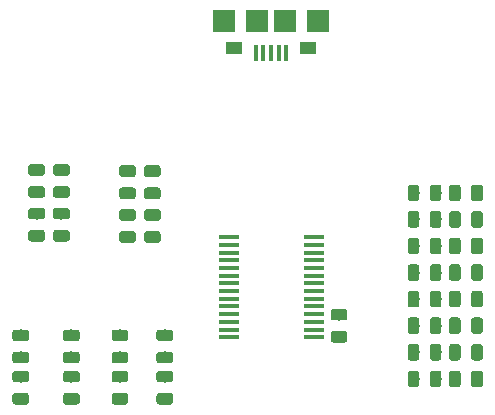
<source format=gtp>
G04 #@! TF.GenerationSoftware,KiCad,Pcbnew,(5.1.0)-1*
G04 #@! TF.CreationDate,2019-03-23T08:31:53+11:00*
G04 #@! TF.ProjectId,SAO101,53414f31-3031-42e6-9b69-6361645f7063,rev?*
G04 #@! TF.SameCoordinates,Original*
G04 #@! TF.FileFunction,Paste,Top*
G04 #@! TF.FilePolarity,Positive*
%FSLAX46Y46*%
G04 Gerber Fmt 4.6, Leading zero omitted, Abs format (unit mm)*
G04 Created by KiCad (PCBNEW (5.1.0)-1) date 2019-03-23 08:31:53*
%MOMM*%
%LPD*%
G04 APERTURE LIST*
%ADD10C,0.100000*%
%ADD11C,0.975000*%
%ADD12R,1.900000X1.900000*%
%ADD13R,1.350000X1.000000*%
%ADD14R,0.400000X1.350000*%
%ADD15R,1.750000X0.450000*%
G04 APERTURE END LIST*
D10*
G36*
X133230142Y-87701174D02*
G01*
X133253803Y-87704684D01*
X133277007Y-87710496D01*
X133299529Y-87718554D01*
X133321153Y-87728782D01*
X133341670Y-87741079D01*
X133360883Y-87755329D01*
X133378607Y-87771393D01*
X133394671Y-87789117D01*
X133408921Y-87808330D01*
X133421218Y-87828847D01*
X133431446Y-87850471D01*
X133439504Y-87872993D01*
X133445316Y-87896197D01*
X133448826Y-87919858D01*
X133450000Y-87943750D01*
X133450000Y-88431250D01*
X133448826Y-88455142D01*
X133445316Y-88478803D01*
X133439504Y-88502007D01*
X133431446Y-88524529D01*
X133421218Y-88546153D01*
X133408921Y-88566670D01*
X133394671Y-88585883D01*
X133378607Y-88603607D01*
X133360883Y-88619671D01*
X133341670Y-88633921D01*
X133321153Y-88646218D01*
X133299529Y-88656446D01*
X133277007Y-88664504D01*
X133253803Y-88670316D01*
X133230142Y-88673826D01*
X133206250Y-88675000D01*
X132293750Y-88675000D01*
X132269858Y-88673826D01*
X132246197Y-88670316D01*
X132222993Y-88664504D01*
X132200471Y-88656446D01*
X132178847Y-88646218D01*
X132158330Y-88633921D01*
X132139117Y-88619671D01*
X132121393Y-88603607D01*
X132105329Y-88585883D01*
X132091079Y-88566670D01*
X132078782Y-88546153D01*
X132068554Y-88524529D01*
X132060496Y-88502007D01*
X132054684Y-88478803D01*
X132051174Y-88455142D01*
X132050000Y-88431250D01*
X132050000Y-87943750D01*
X132051174Y-87919858D01*
X132054684Y-87896197D01*
X132060496Y-87872993D01*
X132068554Y-87850471D01*
X132078782Y-87828847D01*
X132091079Y-87808330D01*
X132105329Y-87789117D01*
X132121393Y-87771393D01*
X132139117Y-87755329D01*
X132158330Y-87741079D01*
X132178847Y-87728782D01*
X132200471Y-87718554D01*
X132222993Y-87710496D01*
X132246197Y-87704684D01*
X132269858Y-87701174D01*
X132293750Y-87700000D01*
X133206250Y-87700000D01*
X133230142Y-87701174D01*
X133230142Y-87701174D01*
G37*
D11*
X132750000Y-88187500D03*
D10*
G36*
X133230142Y-85826174D02*
G01*
X133253803Y-85829684D01*
X133277007Y-85835496D01*
X133299529Y-85843554D01*
X133321153Y-85853782D01*
X133341670Y-85866079D01*
X133360883Y-85880329D01*
X133378607Y-85896393D01*
X133394671Y-85914117D01*
X133408921Y-85933330D01*
X133421218Y-85953847D01*
X133431446Y-85975471D01*
X133439504Y-85997993D01*
X133445316Y-86021197D01*
X133448826Y-86044858D01*
X133450000Y-86068750D01*
X133450000Y-86556250D01*
X133448826Y-86580142D01*
X133445316Y-86603803D01*
X133439504Y-86627007D01*
X133431446Y-86649529D01*
X133421218Y-86671153D01*
X133408921Y-86691670D01*
X133394671Y-86710883D01*
X133378607Y-86728607D01*
X133360883Y-86744671D01*
X133341670Y-86758921D01*
X133321153Y-86771218D01*
X133299529Y-86781446D01*
X133277007Y-86789504D01*
X133253803Y-86795316D01*
X133230142Y-86798826D01*
X133206250Y-86800000D01*
X132293750Y-86800000D01*
X132269858Y-86798826D01*
X132246197Y-86795316D01*
X132222993Y-86789504D01*
X132200471Y-86781446D01*
X132178847Y-86771218D01*
X132158330Y-86758921D01*
X132139117Y-86744671D01*
X132121393Y-86728607D01*
X132105329Y-86710883D01*
X132091079Y-86691670D01*
X132078782Y-86671153D01*
X132068554Y-86649529D01*
X132060496Y-86627007D01*
X132054684Y-86603803D01*
X132051174Y-86580142D01*
X132050000Y-86556250D01*
X132050000Y-86068750D01*
X132051174Y-86044858D01*
X132054684Y-86021197D01*
X132060496Y-85997993D01*
X132068554Y-85975471D01*
X132078782Y-85953847D01*
X132091079Y-85933330D01*
X132105329Y-85914117D01*
X132121393Y-85896393D01*
X132139117Y-85880329D01*
X132158330Y-85866079D01*
X132178847Y-85853782D01*
X132200471Y-85843554D01*
X132222993Y-85835496D01*
X132246197Y-85829684D01*
X132269858Y-85826174D01*
X132293750Y-85825000D01*
X133206250Y-85825000D01*
X133230142Y-85826174D01*
X133230142Y-85826174D01*
G37*
D11*
X132750000Y-86312500D03*
D10*
G36*
X107630142Y-77276174D02*
G01*
X107653803Y-77279684D01*
X107677007Y-77285496D01*
X107699529Y-77293554D01*
X107721153Y-77303782D01*
X107741670Y-77316079D01*
X107760883Y-77330329D01*
X107778607Y-77346393D01*
X107794671Y-77364117D01*
X107808921Y-77383330D01*
X107821218Y-77403847D01*
X107831446Y-77425471D01*
X107839504Y-77447993D01*
X107845316Y-77471197D01*
X107848826Y-77494858D01*
X107850000Y-77518750D01*
X107850000Y-78006250D01*
X107848826Y-78030142D01*
X107845316Y-78053803D01*
X107839504Y-78077007D01*
X107831446Y-78099529D01*
X107821218Y-78121153D01*
X107808921Y-78141670D01*
X107794671Y-78160883D01*
X107778607Y-78178607D01*
X107760883Y-78194671D01*
X107741670Y-78208921D01*
X107721153Y-78221218D01*
X107699529Y-78231446D01*
X107677007Y-78239504D01*
X107653803Y-78245316D01*
X107630142Y-78248826D01*
X107606250Y-78250000D01*
X106693750Y-78250000D01*
X106669858Y-78248826D01*
X106646197Y-78245316D01*
X106622993Y-78239504D01*
X106600471Y-78231446D01*
X106578847Y-78221218D01*
X106558330Y-78208921D01*
X106539117Y-78194671D01*
X106521393Y-78178607D01*
X106505329Y-78160883D01*
X106491079Y-78141670D01*
X106478782Y-78121153D01*
X106468554Y-78099529D01*
X106460496Y-78077007D01*
X106454684Y-78053803D01*
X106451174Y-78030142D01*
X106450000Y-78006250D01*
X106450000Y-77518750D01*
X106451174Y-77494858D01*
X106454684Y-77471197D01*
X106460496Y-77447993D01*
X106468554Y-77425471D01*
X106478782Y-77403847D01*
X106491079Y-77383330D01*
X106505329Y-77364117D01*
X106521393Y-77346393D01*
X106539117Y-77330329D01*
X106558330Y-77316079D01*
X106578847Y-77303782D01*
X106600471Y-77293554D01*
X106622993Y-77285496D01*
X106646197Y-77279684D01*
X106669858Y-77276174D01*
X106693750Y-77275000D01*
X107606250Y-77275000D01*
X107630142Y-77276174D01*
X107630142Y-77276174D01*
G37*
D11*
X107150000Y-77762500D03*
D10*
G36*
X107630142Y-79151174D02*
G01*
X107653803Y-79154684D01*
X107677007Y-79160496D01*
X107699529Y-79168554D01*
X107721153Y-79178782D01*
X107741670Y-79191079D01*
X107760883Y-79205329D01*
X107778607Y-79221393D01*
X107794671Y-79239117D01*
X107808921Y-79258330D01*
X107821218Y-79278847D01*
X107831446Y-79300471D01*
X107839504Y-79322993D01*
X107845316Y-79346197D01*
X107848826Y-79369858D01*
X107850000Y-79393750D01*
X107850000Y-79881250D01*
X107848826Y-79905142D01*
X107845316Y-79928803D01*
X107839504Y-79952007D01*
X107831446Y-79974529D01*
X107821218Y-79996153D01*
X107808921Y-80016670D01*
X107794671Y-80035883D01*
X107778607Y-80053607D01*
X107760883Y-80069671D01*
X107741670Y-80083921D01*
X107721153Y-80096218D01*
X107699529Y-80106446D01*
X107677007Y-80114504D01*
X107653803Y-80120316D01*
X107630142Y-80123826D01*
X107606250Y-80125000D01*
X106693750Y-80125000D01*
X106669858Y-80123826D01*
X106646197Y-80120316D01*
X106622993Y-80114504D01*
X106600471Y-80106446D01*
X106578847Y-80096218D01*
X106558330Y-80083921D01*
X106539117Y-80069671D01*
X106521393Y-80053607D01*
X106505329Y-80035883D01*
X106491079Y-80016670D01*
X106478782Y-79996153D01*
X106468554Y-79974529D01*
X106460496Y-79952007D01*
X106454684Y-79928803D01*
X106451174Y-79905142D01*
X106450000Y-79881250D01*
X106450000Y-79393750D01*
X106451174Y-79369858D01*
X106454684Y-79346197D01*
X106460496Y-79322993D01*
X106468554Y-79300471D01*
X106478782Y-79278847D01*
X106491079Y-79258330D01*
X106505329Y-79239117D01*
X106521393Y-79221393D01*
X106539117Y-79205329D01*
X106558330Y-79191079D01*
X106578847Y-79178782D01*
X106600471Y-79168554D01*
X106622993Y-79160496D01*
X106646197Y-79154684D01*
X106669858Y-79151174D01*
X106693750Y-79150000D01*
X107606250Y-79150000D01*
X107630142Y-79151174D01*
X107630142Y-79151174D01*
G37*
D11*
X107150000Y-79637500D03*
D10*
G36*
X109730142Y-79151174D02*
G01*
X109753803Y-79154684D01*
X109777007Y-79160496D01*
X109799529Y-79168554D01*
X109821153Y-79178782D01*
X109841670Y-79191079D01*
X109860883Y-79205329D01*
X109878607Y-79221393D01*
X109894671Y-79239117D01*
X109908921Y-79258330D01*
X109921218Y-79278847D01*
X109931446Y-79300471D01*
X109939504Y-79322993D01*
X109945316Y-79346197D01*
X109948826Y-79369858D01*
X109950000Y-79393750D01*
X109950000Y-79881250D01*
X109948826Y-79905142D01*
X109945316Y-79928803D01*
X109939504Y-79952007D01*
X109931446Y-79974529D01*
X109921218Y-79996153D01*
X109908921Y-80016670D01*
X109894671Y-80035883D01*
X109878607Y-80053607D01*
X109860883Y-80069671D01*
X109841670Y-80083921D01*
X109821153Y-80096218D01*
X109799529Y-80106446D01*
X109777007Y-80114504D01*
X109753803Y-80120316D01*
X109730142Y-80123826D01*
X109706250Y-80125000D01*
X108793750Y-80125000D01*
X108769858Y-80123826D01*
X108746197Y-80120316D01*
X108722993Y-80114504D01*
X108700471Y-80106446D01*
X108678847Y-80096218D01*
X108658330Y-80083921D01*
X108639117Y-80069671D01*
X108621393Y-80053607D01*
X108605329Y-80035883D01*
X108591079Y-80016670D01*
X108578782Y-79996153D01*
X108568554Y-79974529D01*
X108560496Y-79952007D01*
X108554684Y-79928803D01*
X108551174Y-79905142D01*
X108550000Y-79881250D01*
X108550000Y-79393750D01*
X108551174Y-79369858D01*
X108554684Y-79346197D01*
X108560496Y-79322993D01*
X108568554Y-79300471D01*
X108578782Y-79278847D01*
X108591079Y-79258330D01*
X108605329Y-79239117D01*
X108621393Y-79221393D01*
X108639117Y-79205329D01*
X108658330Y-79191079D01*
X108678847Y-79178782D01*
X108700471Y-79168554D01*
X108722993Y-79160496D01*
X108746197Y-79154684D01*
X108769858Y-79151174D01*
X108793750Y-79150000D01*
X109706250Y-79150000D01*
X109730142Y-79151174D01*
X109730142Y-79151174D01*
G37*
D11*
X109250000Y-79637500D03*
D10*
G36*
X109730142Y-77276174D02*
G01*
X109753803Y-77279684D01*
X109777007Y-77285496D01*
X109799529Y-77293554D01*
X109821153Y-77303782D01*
X109841670Y-77316079D01*
X109860883Y-77330329D01*
X109878607Y-77346393D01*
X109894671Y-77364117D01*
X109908921Y-77383330D01*
X109921218Y-77403847D01*
X109931446Y-77425471D01*
X109939504Y-77447993D01*
X109945316Y-77471197D01*
X109948826Y-77494858D01*
X109950000Y-77518750D01*
X109950000Y-78006250D01*
X109948826Y-78030142D01*
X109945316Y-78053803D01*
X109939504Y-78077007D01*
X109931446Y-78099529D01*
X109921218Y-78121153D01*
X109908921Y-78141670D01*
X109894671Y-78160883D01*
X109878607Y-78178607D01*
X109860883Y-78194671D01*
X109841670Y-78208921D01*
X109821153Y-78221218D01*
X109799529Y-78231446D01*
X109777007Y-78239504D01*
X109753803Y-78245316D01*
X109730142Y-78248826D01*
X109706250Y-78250000D01*
X108793750Y-78250000D01*
X108769858Y-78248826D01*
X108746197Y-78245316D01*
X108722993Y-78239504D01*
X108700471Y-78231446D01*
X108678847Y-78221218D01*
X108658330Y-78208921D01*
X108639117Y-78194671D01*
X108621393Y-78178607D01*
X108605329Y-78160883D01*
X108591079Y-78141670D01*
X108578782Y-78121153D01*
X108568554Y-78099529D01*
X108560496Y-78077007D01*
X108554684Y-78053803D01*
X108551174Y-78030142D01*
X108550000Y-78006250D01*
X108550000Y-77518750D01*
X108551174Y-77494858D01*
X108554684Y-77471197D01*
X108560496Y-77447993D01*
X108568554Y-77425471D01*
X108578782Y-77403847D01*
X108591079Y-77383330D01*
X108605329Y-77364117D01*
X108621393Y-77346393D01*
X108639117Y-77330329D01*
X108658330Y-77316079D01*
X108678847Y-77303782D01*
X108700471Y-77293554D01*
X108722993Y-77285496D01*
X108746197Y-77279684D01*
X108769858Y-77276174D01*
X108793750Y-77275000D01*
X109706250Y-77275000D01*
X109730142Y-77276174D01*
X109730142Y-77276174D01*
G37*
D11*
X109250000Y-77762500D03*
D10*
G36*
X115330142Y-77376174D02*
G01*
X115353803Y-77379684D01*
X115377007Y-77385496D01*
X115399529Y-77393554D01*
X115421153Y-77403782D01*
X115441670Y-77416079D01*
X115460883Y-77430329D01*
X115478607Y-77446393D01*
X115494671Y-77464117D01*
X115508921Y-77483330D01*
X115521218Y-77503847D01*
X115531446Y-77525471D01*
X115539504Y-77547993D01*
X115545316Y-77571197D01*
X115548826Y-77594858D01*
X115550000Y-77618750D01*
X115550000Y-78106250D01*
X115548826Y-78130142D01*
X115545316Y-78153803D01*
X115539504Y-78177007D01*
X115531446Y-78199529D01*
X115521218Y-78221153D01*
X115508921Y-78241670D01*
X115494671Y-78260883D01*
X115478607Y-78278607D01*
X115460883Y-78294671D01*
X115441670Y-78308921D01*
X115421153Y-78321218D01*
X115399529Y-78331446D01*
X115377007Y-78339504D01*
X115353803Y-78345316D01*
X115330142Y-78348826D01*
X115306250Y-78350000D01*
X114393750Y-78350000D01*
X114369858Y-78348826D01*
X114346197Y-78345316D01*
X114322993Y-78339504D01*
X114300471Y-78331446D01*
X114278847Y-78321218D01*
X114258330Y-78308921D01*
X114239117Y-78294671D01*
X114221393Y-78278607D01*
X114205329Y-78260883D01*
X114191079Y-78241670D01*
X114178782Y-78221153D01*
X114168554Y-78199529D01*
X114160496Y-78177007D01*
X114154684Y-78153803D01*
X114151174Y-78130142D01*
X114150000Y-78106250D01*
X114150000Y-77618750D01*
X114151174Y-77594858D01*
X114154684Y-77571197D01*
X114160496Y-77547993D01*
X114168554Y-77525471D01*
X114178782Y-77503847D01*
X114191079Y-77483330D01*
X114205329Y-77464117D01*
X114221393Y-77446393D01*
X114239117Y-77430329D01*
X114258330Y-77416079D01*
X114278847Y-77403782D01*
X114300471Y-77393554D01*
X114322993Y-77385496D01*
X114346197Y-77379684D01*
X114369858Y-77376174D01*
X114393750Y-77375000D01*
X115306250Y-77375000D01*
X115330142Y-77376174D01*
X115330142Y-77376174D01*
G37*
D11*
X114850000Y-77862500D03*
D10*
G36*
X115330142Y-79251174D02*
G01*
X115353803Y-79254684D01*
X115377007Y-79260496D01*
X115399529Y-79268554D01*
X115421153Y-79278782D01*
X115441670Y-79291079D01*
X115460883Y-79305329D01*
X115478607Y-79321393D01*
X115494671Y-79339117D01*
X115508921Y-79358330D01*
X115521218Y-79378847D01*
X115531446Y-79400471D01*
X115539504Y-79422993D01*
X115545316Y-79446197D01*
X115548826Y-79469858D01*
X115550000Y-79493750D01*
X115550000Y-79981250D01*
X115548826Y-80005142D01*
X115545316Y-80028803D01*
X115539504Y-80052007D01*
X115531446Y-80074529D01*
X115521218Y-80096153D01*
X115508921Y-80116670D01*
X115494671Y-80135883D01*
X115478607Y-80153607D01*
X115460883Y-80169671D01*
X115441670Y-80183921D01*
X115421153Y-80196218D01*
X115399529Y-80206446D01*
X115377007Y-80214504D01*
X115353803Y-80220316D01*
X115330142Y-80223826D01*
X115306250Y-80225000D01*
X114393750Y-80225000D01*
X114369858Y-80223826D01*
X114346197Y-80220316D01*
X114322993Y-80214504D01*
X114300471Y-80206446D01*
X114278847Y-80196218D01*
X114258330Y-80183921D01*
X114239117Y-80169671D01*
X114221393Y-80153607D01*
X114205329Y-80135883D01*
X114191079Y-80116670D01*
X114178782Y-80096153D01*
X114168554Y-80074529D01*
X114160496Y-80052007D01*
X114154684Y-80028803D01*
X114151174Y-80005142D01*
X114150000Y-79981250D01*
X114150000Y-79493750D01*
X114151174Y-79469858D01*
X114154684Y-79446197D01*
X114160496Y-79422993D01*
X114168554Y-79400471D01*
X114178782Y-79378847D01*
X114191079Y-79358330D01*
X114205329Y-79339117D01*
X114221393Y-79321393D01*
X114239117Y-79305329D01*
X114258330Y-79291079D01*
X114278847Y-79278782D01*
X114300471Y-79268554D01*
X114322993Y-79260496D01*
X114346197Y-79254684D01*
X114369858Y-79251174D01*
X114393750Y-79250000D01*
X115306250Y-79250000D01*
X115330142Y-79251174D01*
X115330142Y-79251174D01*
G37*
D11*
X114850000Y-79737500D03*
D10*
G36*
X117430142Y-79251174D02*
G01*
X117453803Y-79254684D01*
X117477007Y-79260496D01*
X117499529Y-79268554D01*
X117521153Y-79278782D01*
X117541670Y-79291079D01*
X117560883Y-79305329D01*
X117578607Y-79321393D01*
X117594671Y-79339117D01*
X117608921Y-79358330D01*
X117621218Y-79378847D01*
X117631446Y-79400471D01*
X117639504Y-79422993D01*
X117645316Y-79446197D01*
X117648826Y-79469858D01*
X117650000Y-79493750D01*
X117650000Y-79981250D01*
X117648826Y-80005142D01*
X117645316Y-80028803D01*
X117639504Y-80052007D01*
X117631446Y-80074529D01*
X117621218Y-80096153D01*
X117608921Y-80116670D01*
X117594671Y-80135883D01*
X117578607Y-80153607D01*
X117560883Y-80169671D01*
X117541670Y-80183921D01*
X117521153Y-80196218D01*
X117499529Y-80206446D01*
X117477007Y-80214504D01*
X117453803Y-80220316D01*
X117430142Y-80223826D01*
X117406250Y-80225000D01*
X116493750Y-80225000D01*
X116469858Y-80223826D01*
X116446197Y-80220316D01*
X116422993Y-80214504D01*
X116400471Y-80206446D01*
X116378847Y-80196218D01*
X116358330Y-80183921D01*
X116339117Y-80169671D01*
X116321393Y-80153607D01*
X116305329Y-80135883D01*
X116291079Y-80116670D01*
X116278782Y-80096153D01*
X116268554Y-80074529D01*
X116260496Y-80052007D01*
X116254684Y-80028803D01*
X116251174Y-80005142D01*
X116250000Y-79981250D01*
X116250000Y-79493750D01*
X116251174Y-79469858D01*
X116254684Y-79446197D01*
X116260496Y-79422993D01*
X116268554Y-79400471D01*
X116278782Y-79378847D01*
X116291079Y-79358330D01*
X116305329Y-79339117D01*
X116321393Y-79321393D01*
X116339117Y-79305329D01*
X116358330Y-79291079D01*
X116378847Y-79278782D01*
X116400471Y-79268554D01*
X116422993Y-79260496D01*
X116446197Y-79254684D01*
X116469858Y-79251174D01*
X116493750Y-79250000D01*
X117406250Y-79250000D01*
X117430142Y-79251174D01*
X117430142Y-79251174D01*
G37*
D11*
X116950000Y-79737500D03*
D10*
G36*
X117430142Y-77376174D02*
G01*
X117453803Y-77379684D01*
X117477007Y-77385496D01*
X117499529Y-77393554D01*
X117521153Y-77403782D01*
X117541670Y-77416079D01*
X117560883Y-77430329D01*
X117578607Y-77446393D01*
X117594671Y-77464117D01*
X117608921Y-77483330D01*
X117621218Y-77503847D01*
X117631446Y-77525471D01*
X117639504Y-77547993D01*
X117645316Y-77571197D01*
X117648826Y-77594858D01*
X117650000Y-77618750D01*
X117650000Y-78106250D01*
X117648826Y-78130142D01*
X117645316Y-78153803D01*
X117639504Y-78177007D01*
X117631446Y-78199529D01*
X117621218Y-78221153D01*
X117608921Y-78241670D01*
X117594671Y-78260883D01*
X117578607Y-78278607D01*
X117560883Y-78294671D01*
X117541670Y-78308921D01*
X117521153Y-78321218D01*
X117499529Y-78331446D01*
X117477007Y-78339504D01*
X117453803Y-78345316D01*
X117430142Y-78348826D01*
X117406250Y-78350000D01*
X116493750Y-78350000D01*
X116469858Y-78348826D01*
X116446197Y-78345316D01*
X116422993Y-78339504D01*
X116400471Y-78331446D01*
X116378847Y-78321218D01*
X116358330Y-78308921D01*
X116339117Y-78294671D01*
X116321393Y-78278607D01*
X116305329Y-78260883D01*
X116291079Y-78241670D01*
X116278782Y-78221153D01*
X116268554Y-78199529D01*
X116260496Y-78177007D01*
X116254684Y-78153803D01*
X116251174Y-78130142D01*
X116250000Y-78106250D01*
X116250000Y-77618750D01*
X116251174Y-77594858D01*
X116254684Y-77571197D01*
X116260496Y-77547993D01*
X116268554Y-77525471D01*
X116278782Y-77503847D01*
X116291079Y-77483330D01*
X116305329Y-77464117D01*
X116321393Y-77446393D01*
X116339117Y-77430329D01*
X116358330Y-77416079D01*
X116378847Y-77403782D01*
X116400471Y-77393554D01*
X116422993Y-77385496D01*
X116446197Y-77379684D01*
X116469858Y-77376174D01*
X116493750Y-77375000D01*
X117406250Y-77375000D01*
X117430142Y-77376174D01*
X117430142Y-77376174D01*
G37*
D11*
X116950000Y-77862500D03*
D10*
G36*
X106280142Y-91076174D02*
G01*
X106303803Y-91079684D01*
X106327007Y-91085496D01*
X106349529Y-91093554D01*
X106371153Y-91103782D01*
X106391670Y-91116079D01*
X106410883Y-91130329D01*
X106428607Y-91146393D01*
X106444671Y-91164117D01*
X106458921Y-91183330D01*
X106471218Y-91203847D01*
X106481446Y-91225471D01*
X106489504Y-91247993D01*
X106495316Y-91271197D01*
X106498826Y-91294858D01*
X106500000Y-91318750D01*
X106500000Y-91806250D01*
X106498826Y-91830142D01*
X106495316Y-91853803D01*
X106489504Y-91877007D01*
X106481446Y-91899529D01*
X106471218Y-91921153D01*
X106458921Y-91941670D01*
X106444671Y-91960883D01*
X106428607Y-91978607D01*
X106410883Y-91994671D01*
X106391670Y-92008921D01*
X106371153Y-92021218D01*
X106349529Y-92031446D01*
X106327007Y-92039504D01*
X106303803Y-92045316D01*
X106280142Y-92048826D01*
X106256250Y-92050000D01*
X105343750Y-92050000D01*
X105319858Y-92048826D01*
X105296197Y-92045316D01*
X105272993Y-92039504D01*
X105250471Y-92031446D01*
X105228847Y-92021218D01*
X105208330Y-92008921D01*
X105189117Y-91994671D01*
X105171393Y-91978607D01*
X105155329Y-91960883D01*
X105141079Y-91941670D01*
X105128782Y-91921153D01*
X105118554Y-91899529D01*
X105110496Y-91877007D01*
X105104684Y-91853803D01*
X105101174Y-91830142D01*
X105100000Y-91806250D01*
X105100000Y-91318750D01*
X105101174Y-91294858D01*
X105104684Y-91271197D01*
X105110496Y-91247993D01*
X105118554Y-91225471D01*
X105128782Y-91203847D01*
X105141079Y-91183330D01*
X105155329Y-91164117D01*
X105171393Y-91146393D01*
X105189117Y-91130329D01*
X105208330Y-91116079D01*
X105228847Y-91103782D01*
X105250471Y-91093554D01*
X105272993Y-91085496D01*
X105296197Y-91079684D01*
X105319858Y-91076174D01*
X105343750Y-91075000D01*
X106256250Y-91075000D01*
X106280142Y-91076174D01*
X106280142Y-91076174D01*
G37*
D11*
X105800000Y-91562500D03*
D10*
G36*
X106280142Y-92951174D02*
G01*
X106303803Y-92954684D01*
X106327007Y-92960496D01*
X106349529Y-92968554D01*
X106371153Y-92978782D01*
X106391670Y-92991079D01*
X106410883Y-93005329D01*
X106428607Y-93021393D01*
X106444671Y-93039117D01*
X106458921Y-93058330D01*
X106471218Y-93078847D01*
X106481446Y-93100471D01*
X106489504Y-93122993D01*
X106495316Y-93146197D01*
X106498826Y-93169858D01*
X106500000Y-93193750D01*
X106500000Y-93681250D01*
X106498826Y-93705142D01*
X106495316Y-93728803D01*
X106489504Y-93752007D01*
X106481446Y-93774529D01*
X106471218Y-93796153D01*
X106458921Y-93816670D01*
X106444671Y-93835883D01*
X106428607Y-93853607D01*
X106410883Y-93869671D01*
X106391670Y-93883921D01*
X106371153Y-93896218D01*
X106349529Y-93906446D01*
X106327007Y-93914504D01*
X106303803Y-93920316D01*
X106280142Y-93923826D01*
X106256250Y-93925000D01*
X105343750Y-93925000D01*
X105319858Y-93923826D01*
X105296197Y-93920316D01*
X105272993Y-93914504D01*
X105250471Y-93906446D01*
X105228847Y-93896218D01*
X105208330Y-93883921D01*
X105189117Y-93869671D01*
X105171393Y-93853607D01*
X105155329Y-93835883D01*
X105141079Y-93816670D01*
X105128782Y-93796153D01*
X105118554Y-93774529D01*
X105110496Y-93752007D01*
X105104684Y-93728803D01*
X105101174Y-93705142D01*
X105100000Y-93681250D01*
X105100000Y-93193750D01*
X105101174Y-93169858D01*
X105104684Y-93146197D01*
X105110496Y-93122993D01*
X105118554Y-93100471D01*
X105128782Y-93078847D01*
X105141079Y-93058330D01*
X105155329Y-93039117D01*
X105171393Y-93021393D01*
X105189117Y-93005329D01*
X105208330Y-92991079D01*
X105228847Y-92978782D01*
X105250471Y-92968554D01*
X105272993Y-92960496D01*
X105296197Y-92954684D01*
X105319858Y-92951174D01*
X105343750Y-92950000D01*
X106256250Y-92950000D01*
X106280142Y-92951174D01*
X106280142Y-92951174D01*
G37*
D11*
X105800000Y-93437500D03*
D10*
G36*
X110580142Y-92951174D02*
G01*
X110603803Y-92954684D01*
X110627007Y-92960496D01*
X110649529Y-92968554D01*
X110671153Y-92978782D01*
X110691670Y-92991079D01*
X110710883Y-93005329D01*
X110728607Y-93021393D01*
X110744671Y-93039117D01*
X110758921Y-93058330D01*
X110771218Y-93078847D01*
X110781446Y-93100471D01*
X110789504Y-93122993D01*
X110795316Y-93146197D01*
X110798826Y-93169858D01*
X110800000Y-93193750D01*
X110800000Y-93681250D01*
X110798826Y-93705142D01*
X110795316Y-93728803D01*
X110789504Y-93752007D01*
X110781446Y-93774529D01*
X110771218Y-93796153D01*
X110758921Y-93816670D01*
X110744671Y-93835883D01*
X110728607Y-93853607D01*
X110710883Y-93869671D01*
X110691670Y-93883921D01*
X110671153Y-93896218D01*
X110649529Y-93906446D01*
X110627007Y-93914504D01*
X110603803Y-93920316D01*
X110580142Y-93923826D01*
X110556250Y-93925000D01*
X109643750Y-93925000D01*
X109619858Y-93923826D01*
X109596197Y-93920316D01*
X109572993Y-93914504D01*
X109550471Y-93906446D01*
X109528847Y-93896218D01*
X109508330Y-93883921D01*
X109489117Y-93869671D01*
X109471393Y-93853607D01*
X109455329Y-93835883D01*
X109441079Y-93816670D01*
X109428782Y-93796153D01*
X109418554Y-93774529D01*
X109410496Y-93752007D01*
X109404684Y-93728803D01*
X109401174Y-93705142D01*
X109400000Y-93681250D01*
X109400000Y-93193750D01*
X109401174Y-93169858D01*
X109404684Y-93146197D01*
X109410496Y-93122993D01*
X109418554Y-93100471D01*
X109428782Y-93078847D01*
X109441079Y-93058330D01*
X109455329Y-93039117D01*
X109471393Y-93021393D01*
X109489117Y-93005329D01*
X109508330Y-92991079D01*
X109528847Y-92978782D01*
X109550471Y-92968554D01*
X109572993Y-92960496D01*
X109596197Y-92954684D01*
X109619858Y-92951174D01*
X109643750Y-92950000D01*
X110556250Y-92950000D01*
X110580142Y-92951174D01*
X110580142Y-92951174D01*
G37*
D11*
X110100000Y-93437500D03*
D10*
G36*
X110580142Y-91076174D02*
G01*
X110603803Y-91079684D01*
X110627007Y-91085496D01*
X110649529Y-91093554D01*
X110671153Y-91103782D01*
X110691670Y-91116079D01*
X110710883Y-91130329D01*
X110728607Y-91146393D01*
X110744671Y-91164117D01*
X110758921Y-91183330D01*
X110771218Y-91203847D01*
X110781446Y-91225471D01*
X110789504Y-91247993D01*
X110795316Y-91271197D01*
X110798826Y-91294858D01*
X110800000Y-91318750D01*
X110800000Y-91806250D01*
X110798826Y-91830142D01*
X110795316Y-91853803D01*
X110789504Y-91877007D01*
X110781446Y-91899529D01*
X110771218Y-91921153D01*
X110758921Y-91941670D01*
X110744671Y-91960883D01*
X110728607Y-91978607D01*
X110710883Y-91994671D01*
X110691670Y-92008921D01*
X110671153Y-92021218D01*
X110649529Y-92031446D01*
X110627007Y-92039504D01*
X110603803Y-92045316D01*
X110580142Y-92048826D01*
X110556250Y-92050000D01*
X109643750Y-92050000D01*
X109619858Y-92048826D01*
X109596197Y-92045316D01*
X109572993Y-92039504D01*
X109550471Y-92031446D01*
X109528847Y-92021218D01*
X109508330Y-92008921D01*
X109489117Y-91994671D01*
X109471393Y-91978607D01*
X109455329Y-91960883D01*
X109441079Y-91941670D01*
X109428782Y-91921153D01*
X109418554Y-91899529D01*
X109410496Y-91877007D01*
X109404684Y-91853803D01*
X109401174Y-91830142D01*
X109400000Y-91806250D01*
X109400000Y-91318750D01*
X109401174Y-91294858D01*
X109404684Y-91271197D01*
X109410496Y-91247993D01*
X109418554Y-91225471D01*
X109428782Y-91203847D01*
X109441079Y-91183330D01*
X109455329Y-91164117D01*
X109471393Y-91146393D01*
X109489117Y-91130329D01*
X109508330Y-91116079D01*
X109528847Y-91103782D01*
X109550471Y-91093554D01*
X109572993Y-91085496D01*
X109596197Y-91079684D01*
X109619858Y-91076174D01*
X109643750Y-91075000D01*
X110556250Y-91075000D01*
X110580142Y-91076174D01*
X110580142Y-91076174D01*
G37*
D11*
X110100000Y-91562500D03*
D10*
G36*
X114680142Y-91076174D02*
G01*
X114703803Y-91079684D01*
X114727007Y-91085496D01*
X114749529Y-91093554D01*
X114771153Y-91103782D01*
X114791670Y-91116079D01*
X114810883Y-91130329D01*
X114828607Y-91146393D01*
X114844671Y-91164117D01*
X114858921Y-91183330D01*
X114871218Y-91203847D01*
X114881446Y-91225471D01*
X114889504Y-91247993D01*
X114895316Y-91271197D01*
X114898826Y-91294858D01*
X114900000Y-91318750D01*
X114900000Y-91806250D01*
X114898826Y-91830142D01*
X114895316Y-91853803D01*
X114889504Y-91877007D01*
X114881446Y-91899529D01*
X114871218Y-91921153D01*
X114858921Y-91941670D01*
X114844671Y-91960883D01*
X114828607Y-91978607D01*
X114810883Y-91994671D01*
X114791670Y-92008921D01*
X114771153Y-92021218D01*
X114749529Y-92031446D01*
X114727007Y-92039504D01*
X114703803Y-92045316D01*
X114680142Y-92048826D01*
X114656250Y-92050000D01*
X113743750Y-92050000D01*
X113719858Y-92048826D01*
X113696197Y-92045316D01*
X113672993Y-92039504D01*
X113650471Y-92031446D01*
X113628847Y-92021218D01*
X113608330Y-92008921D01*
X113589117Y-91994671D01*
X113571393Y-91978607D01*
X113555329Y-91960883D01*
X113541079Y-91941670D01*
X113528782Y-91921153D01*
X113518554Y-91899529D01*
X113510496Y-91877007D01*
X113504684Y-91853803D01*
X113501174Y-91830142D01*
X113500000Y-91806250D01*
X113500000Y-91318750D01*
X113501174Y-91294858D01*
X113504684Y-91271197D01*
X113510496Y-91247993D01*
X113518554Y-91225471D01*
X113528782Y-91203847D01*
X113541079Y-91183330D01*
X113555329Y-91164117D01*
X113571393Y-91146393D01*
X113589117Y-91130329D01*
X113608330Y-91116079D01*
X113628847Y-91103782D01*
X113650471Y-91093554D01*
X113672993Y-91085496D01*
X113696197Y-91079684D01*
X113719858Y-91076174D01*
X113743750Y-91075000D01*
X114656250Y-91075000D01*
X114680142Y-91076174D01*
X114680142Y-91076174D01*
G37*
D11*
X114200000Y-91562500D03*
D10*
G36*
X114680142Y-92951174D02*
G01*
X114703803Y-92954684D01*
X114727007Y-92960496D01*
X114749529Y-92968554D01*
X114771153Y-92978782D01*
X114791670Y-92991079D01*
X114810883Y-93005329D01*
X114828607Y-93021393D01*
X114844671Y-93039117D01*
X114858921Y-93058330D01*
X114871218Y-93078847D01*
X114881446Y-93100471D01*
X114889504Y-93122993D01*
X114895316Y-93146197D01*
X114898826Y-93169858D01*
X114900000Y-93193750D01*
X114900000Y-93681250D01*
X114898826Y-93705142D01*
X114895316Y-93728803D01*
X114889504Y-93752007D01*
X114881446Y-93774529D01*
X114871218Y-93796153D01*
X114858921Y-93816670D01*
X114844671Y-93835883D01*
X114828607Y-93853607D01*
X114810883Y-93869671D01*
X114791670Y-93883921D01*
X114771153Y-93896218D01*
X114749529Y-93906446D01*
X114727007Y-93914504D01*
X114703803Y-93920316D01*
X114680142Y-93923826D01*
X114656250Y-93925000D01*
X113743750Y-93925000D01*
X113719858Y-93923826D01*
X113696197Y-93920316D01*
X113672993Y-93914504D01*
X113650471Y-93906446D01*
X113628847Y-93896218D01*
X113608330Y-93883921D01*
X113589117Y-93869671D01*
X113571393Y-93853607D01*
X113555329Y-93835883D01*
X113541079Y-93816670D01*
X113528782Y-93796153D01*
X113518554Y-93774529D01*
X113510496Y-93752007D01*
X113504684Y-93728803D01*
X113501174Y-93705142D01*
X113500000Y-93681250D01*
X113500000Y-93193750D01*
X113501174Y-93169858D01*
X113504684Y-93146197D01*
X113510496Y-93122993D01*
X113518554Y-93100471D01*
X113528782Y-93078847D01*
X113541079Y-93058330D01*
X113555329Y-93039117D01*
X113571393Y-93021393D01*
X113589117Y-93005329D01*
X113608330Y-92991079D01*
X113628847Y-92978782D01*
X113650471Y-92968554D01*
X113672993Y-92960496D01*
X113696197Y-92954684D01*
X113719858Y-92951174D01*
X113743750Y-92950000D01*
X114656250Y-92950000D01*
X114680142Y-92951174D01*
X114680142Y-92951174D01*
G37*
D11*
X114200000Y-93437500D03*
D10*
G36*
X118480142Y-92951174D02*
G01*
X118503803Y-92954684D01*
X118527007Y-92960496D01*
X118549529Y-92968554D01*
X118571153Y-92978782D01*
X118591670Y-92991079D01*
X118610883Y-93005329D01*
X118628607Y-93021393D01*
X118644671Y-93039117D01*
X118658921Y-93058330D01*
X118671218Y-93078847D01*
X118681446Y-93100471D01*
X118689504Y-93122993D01*
X118695316Y-93146197D01*
X118698826Y-93169858D01*
X118700000Y-93193750D01*
X118700000Y-93681250D01*
X118698826Y-93705142D01*
X118695316Y-93728803D01*
X118689504Y-93752007D01*
X118681446Y-93774529D01*
X118671218Y-93796153D01*
X118658921Y-93816670D01*
X118644671Y-93835883D01*
X118628607Y-93853607D01*
X118610883Y-93869671D01*
X118591670Y-93883921D01*
X118571153Y-93896218D01*
X118549529Y-93906446D01*
X118527007Y-93914504D01*
X118503803Y-93920316D01*
X118480142Y-93923826D01*
X118456250Y-93925000D01*
X117543750Y-93925000D01*
X117519858Y-93923826D01*
X117496197Y-93920316D01*
X117472993Y-93914504D01*
X117450471Y-93906446D01*
X117428847Y-93896218D01*
X117408330Y-93883921D01*
X117389117Y-93869671D01*
X117371393Y-93853607D01*
X117355329Y-93835883D01*
X117341079Y-93816670D01*
X117328782Y-93796153D01*
X117318554Y-93774529D01*
X117310496Y-93752007D01*
X117304684Y-93728803D01*
X117301174Y-93705142D01*
X117300000Y-93681250D01*
X117300000Y-93193750D01*
X117301174Y-93169858D01*
X117304684Y-93146197D01*
X117310496Y-93122993D01*
X117318554Y-93100471D01*
X117328782Y-93078847D01*
X117341079Y-93058330D01*
X117355329Y-93039117D01*
X117371393Y-93021393D01*
X117389117Y-93005329D01*
X117408330Y-92991079D01*
X117428847Y-92978782D01*
X117450471Y-92968554D01*
X117472993Y-92960496D01*
X117496197Y-92954684D01*
X117519858Y-92951174D01*
X117543750Y-92950000D01*
X118456250Y-92950000D01*
X118480142Y-92951174D01*
X118480142Y-92951174D01*
G37*
D11*
X118000000Y-93437500D03*
D10*
G36*
X118480142Y-91076174D02*
G01*
X118503803Y-91079684D01*
X118527007Y-91085496D01*
X118549529Y-91093554D01*
X118571153Y-91103782D01*
X118591670Y-91116079D01*
X118610883Y-91130329D01*
X118628607Y-91146393D01*
X118644671Y-91164117D01*
X118658921Y-91183330D01*
X118671218Y-91203847D01*
X118681446Y-91225471D01*
X118689504Y-91247993D01*
X118695316Y-91271197D01*
X118698826Y-91294858D01*
X118700000Y-91318750D01*
X118700000Y-91806250D01*
X118698826Y-91830142D01*
X118695316Y-91853803D01*
X118689504Y-91877007D01*
X118681446Y-91899529D01*
X118671218Y-91921153D01*
X118658921Y-91941670D01*
X118644671Y-91960883D01*
X118628607Y-91978607D01*
X118610883Y-91994671D01*
X118591670Y-92008921D01*
X118571153Y-92021218D01*
X118549529Y-92031446D01*
X118527007Y-92039504D01*
X118503803Y-92045316D01*
X118480142Y-92048826D01*
X118456250Y-92050000D01*
X117543750Y-92050000D01*
X117519858Y-92048826D01*
X117496197Y-92045316D01*
X117472993Y-92039504D01*
X117450471Y-92031446D01*
X117428847Y-92021218D01*
X117408330Y-92008921D01*
X117389117Y-91994671D01*
X117371393Y-91978607D01*
X117355329Y-91960883D01*
X117341079Y-91941670D01*
X117328782Y-91921153D01*
X117318554Y-91899529D01*
X117310496Y-91877007D01*
X117304684Y-91853803D01*
X117301174Y-91830142D01*
X117300000Y-91806250D01*
X117300000Y-91318750D01*
X117301174Y-91294858D01*
X117304684Y-91271197D01*
X117310496Y-91247993D01*
X117318554Y-91225471D01*
X117328782Y-91203847D01*
X117341079Y-91183330D01*
X117355329Y-91164117D01*
X117371393Y-91146393D01*
X117389117Y-91130329D01*
X117408330Y-91116079D01*
X117428847Y-91103782D01*
X117450471Y-91093554D01*
X117472993Y-91085496D01*
X117496197Y-91079684D01*
X117519858Y-91076174D01*
X117543750Y-91075000D01*
X118456250Y-91075000D01*
X118480142Y-91076174D01*
X118480142Y-91076174D01*
G37*
D11*
X118000000Y-91562500D03*
D10*
G36*
X142830142Y-91051174D02*
G01*
X142853803Y-91054684D01*
X142877007Y-91060496D01*
X142899529Y-91068554D01*
X142921153Y-91078782D01*
X142941670Y-91091079D01*
X142960883Y-91105329D01*
X142978607Y-91121393D01*
X142994671Y-91139117D01*
X143008921Y-91158330D01*
X143021218Y-91178847D01*
X143031446Y-91200471D01*
X143039504Y-91222993D01*
X143045316Y-91246197D01*
X143048826Y-91269858D01*
X143050000Y-91293750D01*
X143050000Y-92206250D01*
X143048826Y-92230142D01*
X143045316Y-92253803D01*
X143039504Y-92277007D01*
X143031446Y-92299529D01*
X143021218Y-92321153D01*
X143008921Y-92341670D01*
X142994671Y-92360883D01*
X142978607Y-92378607D01*
X142960883Y-92394671D01*
X142941670Y-92408921D01*
X142921153Y-92421218D01*
X142899529Y-92431446D01*
X142877007Y-92439504D01*
X142853803Y-92445316D01*
X142830142Y-92448826D01*
X142806250Y-92450000D01*
X142318750Y-92450000D01*
X142294858Y-92448826D01*
X142271197Y-92445316D01*
X142247993Y-92439504D01*
X142225471Y-92431446D01*
X142203847Y-92421218D01*
X142183330Y-92408921D01*
X142164117Y-92394671D01*
X142146393Y-92378607D01*
X142130329Y-92360883D01*
X142116079Y-92341670D01*
X142103782Y-92321153D01*
X142093554Y-92299529D01*
X142085496Y-92277007D01*
X142079684Y-92253803D01*
X142076174Y-92230142D01*
X142075000Y-92206250D01*
X142075000Y-91293750D01*
X142076174Y-91269858D01*
X142079684Y-91246197D01*
X142085496Y-91222993D01*
X142093554Y-91200471D01*
X142103782Y-91178847D01*
X142116079Y-91158330D01*
X142130329Y-91139117D01*
X142146393Y-91121393D01*
X142164117Y-91105329D01*
X142183330Y-91091079D01*
X142203847Y-91078782D01*
X142225471Y-91068554D01*
X142247993Y-91060496D01*
X142271197Y-91054684D01*
X142294858Y-91051174D01*
X142318750Y-91050000D01*
X142806250Y-91050000D01*
X142830142Y-91051174D01*
X142830142Y-91051174D01*
G37*
D11*
X142562500Y-91750000D03*
D10*
G36*
X144705142Y-91051174D02*
G01*
X144728803Y-91054684D01*
X144752007Y-91060496D01*
X144774529Y-91068554D01*
X144796153Y-91078782D01*
X144816670Y-91091079D01*
X144835883Y-91105329D01*
X144853607Y-91121393D01*
X144869671Y-91139117D01*
X144883921Y-91158330D01*
X144896218Y-91178847D01*
X144906446Y-91200471D01*
X144914504Y-91222993D01*
X144920316Y-91246197D01*
X144923826Y-91269858D01*
X144925000Y-91293750D01*
X144925000Y-92206250D01*
X144923826Y-92230142D01*
X144920316Y-92253803D01*
X144914504Y-92277007D01*
X144906446Y-92299529D01*
X144896218Y-92321153D01*
X144883921Y-92341670D01*
X144869671Y-92360883D01*
X144853607Y-92378607D01*
X144835883Y-92394671D01*
X144816670Y-92408921D01*
X144796153Y-92421218D01*
X144774529Y-92431446D01*
X144752007Y-92439504D01*
X144728803Y-92445316D01*
X144705142Y-92448826D01*
X144681250Y-92450000D01*
X144193750Y-92450000D01*
X144169858Y-92448826D01*
X144146197Y-92445316D01*
X144122993Y-92439504D01*
X144100471Y-92431446D01*
X144078847Y-92421218D01*
X144058330Y-92408921D01*
X144039117Y-92394671D01*
X144021393Y-92378607D01*
X144005329Y-92360883D01*
X143991079Y-92341670D01*
X143978782Y-92321153D01*
X143968554Y-92299529D01*
X143960496Y-92277007D01*
X143954684Y-92253803D01*
X143951174Y-92230142D01*
X143950000Y-92206250D01*
X143950000Y-91293750D01*
X143951174Y-91269858D01*
X143954684Y-91246197D01*
X143960496Y-91222993D01*
X143968554Y-91200471D01*
X143978782Y-91178847D01*
X143991079Y-91158330D01*
X144005329Y-91139117D01*
X144021393Y-91121393D01*
X144039117Y-91105329D01*
X144058330Y-91091079D01*
X144078847Y-91078782D01*
X144100471Y-91068554D01*
X144122993Y-91060496D01*
X144146197Y-91054684D01*
X144169858Y-91051174D01*
X144193750Y-91050000D01*
X144681250Y-91050000D01*
X144705142Y-91051174D01*
X144705142Y-91051174D01*
G37*
D11*
X144437500Y-91750000D03*
D10*
G36*
X144705142Y-88801174D02*
G01*
X144728803Y-88804684D01*
X144752007Y-88810496D01*
X144774529Y-88818554D01*
X144796153Y-88828782D01*
X144816670Y-88841079D01*
X144835883Y-88855329D01*
X144853607Y-88871393D01*
X144869671Y-88889117D01*
X144883921Y-88908330D01*
X144896218Y-88928847D01*
X144906446Y-88950471D01*
X144914504Y-88972993D01*
X144920316Y-88996197D01*
X144923826Y-89019858D01*
X144925000Y-89043750D01*
X144925000Y-89956250D01*
X144923826Y-89980142D01*
X144920316Y-90003803D01*
X144914504Y-90027007D01*
X144906446Y-90049529D01*
X144896218Y-90071153D01*
X144883921Y-90091670D01*
X144869671Y-90110883D01*
X144853607Y-90128607D01*
X144835883Y-90144671D01*
X144816670Y-90158921D01*
X144796153Y-90171218D01*
X144774529Y-90181446D01*
X144752007Y-90189504D01*
X144728803Y-90195316D01*
X144705142Y-90198826D01*
X144681250Y-90200000D01*
X144193750Y-90200000D01*
X144169858Y-90198826D01*
X144146197Y-90195316D01*
X144122993Y-90189504D01*
X144100471Y-90181446D01*
X144078847Y-90171218D01*
X144058330Y-90158921D01*
X144039117Y-90144671D01*
X144021393Y-90128607D01*
X144005329Y-90110883D01*
X143991079Y-90091670D01*
X143978782Y-90071153D01*
X143968554Y-90049529D01*
X143960496Y-90027007D01*
X143954684Y-90003803D01*
X143951174Y-89980142D01*
X143950000Y-89956250D01*
X143950000Y-89043750D01*
X143951174Y-89019858D01*
X143954684Y-88996197D01*
X143960496Y-88972993D01*
X143968554Y-88950471D01*
X143978782Y-88928847D01*
X143991079Y-88908330D01*
X144005329Y-88889117D01*
X144021393Y-88871393D01*
X144039117Y-88855329D01*
X144058330Y-88841079D01*
X144078847Y-88828782D01*
X144100471Y-88818554D01*
X144122993Y-88810496D01*
X144146197Y-88804684D01*
X144169858Y-88801174D01*
X144193750Y-88800000D01*
X144681250Y-88800000D01*
X144705142Y-88801174D01*
X144705142Y-88801174D01*
G37*
D11*
X144437500Y-89500000D03*
D10*
G36*
X142830142Y-88801174D02*
G01*
X142853803Y-88804684D01*
X142877007Y-88810496D01*
X142899529Y-88818554D01*
X142921153Y-88828782D01*
X142941670Y-88841079D01*
X142960883Y-88855329D01*
X142978607Y-88871393D01*
X142994671Y-88889117D01*
X143008921Y-88908330D01*
X143021218Y-88928847D01*
X143031446Y-88950471D01*
X143039504Y-88972993D01*
X143045316Y-88996197D01*
X143048826Y-89019858D01*
X143050000Y-89043750D01*
X143050000Y-89956250D01*
X143048826Y-89980142D01*
X143045316Y-90003803D01*
X143039504Y-90027007D01*
X143031446Y-90049529D01*
X143021218Y-90071153D01*
X143008921Y-90091670D01*
X142994671Y-90110883D01*
X142978607Y-90128607D01*
X142960883Y-90144671D01*
X142941670Y-90158921D01*
X142921153Y-90171218D01*
X142899529Y-90181446D01*
X142877007Y-90189504D01*
X142853803Y-90195316D01*
X142830142Y-90198826D01*
X142806250Y-90200000D01*
X142318750Y-90200000D01*
X142294858Y-90198826D01*
X142271197Y-90195316D01*
X142247993Y-90189504D01*
X142225471Y-90181446D01*
X142203847Y-90171218D01*
X142183330Y-90158921D01*
X142164117Y-90144671D01*
X142146393Y-90128607D01*
X142130329Y-90110883D01*
X142116079Y-90091670D01*
X142103782Y-90071153D01*
X142093554Y-90049529D01*
X142085496Y-90027007D01*
X142079684Y-90003803D01*
X142076174Y-89980142D01*
X142075000Y-89956250D01*
X142075000Y-89043750D01*
X142076174Y-89019858D01*
X142079684Y-88996197D01*
X142085496Y-88972993D01*
X142093554Y-88950471D01*
X142103782Y-88928847D01*
X142116079Y-88908330D01*
X142130329Y-88889117D01*
X142146393Y-88871393D01*
X142164117Y-88855329D01*
X142183330Y-88841079D01*
X142203847Y-88828782D01*
X142225471Y-88818554D01*
X142247993Y-88810496D01*
X142271197Y-88804684D01*
X142294858Y-88801174D01*
X142318750Y-88800000D01*
X142806250Y-88800000D01*
X142830142Y-88801174D01*
X142830142Y-88801174D01*
G37*
D11*
X142562500Y-89500000D03*
D10*
G36*
X142830142Y-86551174D02*
G01*
X142853803Y-86554684D01*
X142877007Y-86560496D01*
X142899529Y-86568554D01*
X142921153Y-86578782D01*
X142941670Y-86591079D01*
X142960883Y-86605329D01*
X142978607Y-86621393D01*
X142994671Y-86639117D01*
X143008921Y-86658330D01*
X143021218Y-86678847D01*
X143031446Y-86700471D01*
X143039504Y-86722993D01*
X143045316Y-86746197D01*
X143048826Y-86769858D01*
X143050000Y-86793750D01*
X143050000Y-87706250D01*
X143048826Y-87730142D01*
X143045316Y-87753803D01*
X143039504Y-87777007D01*
X143031446Y-87799529D01*
X143021218Y-87821153D01*
X143008921Y-87841670D01*
X142994671Y-87860883D01*
X142978607Y-87878607D01*
X142960883Y-87894671D01*
X142941670Y-87908921D01*
X142921153Y-87921218D01*
X142899529Y-87931446D01*
X142877007Y-87939504D01*
X142853803Y-87945316D01*
X142830142Y-87948826D01*
X142806250Y-87950000D01*
X142318750Y-87950000D01*
X142294858Y-87948826D01*
X142271197Y-87945316D01*
X142247993Y-87939504D01*
X142225471Y-87931446D01*
X142203847Y-87921218D01*
X142183330Y-87908921D01*
X142164117Y-87894671D01*
X142146393Y-87878607D01*
X142130329Y-87860883D01*
X142116079Y-87841670D01*
X142103782Y-87821153D01*
X142093554Y-87799529D01*
X142085496Y-87777007D01*
X142079684Y-87753803D01*
X142076174Y-87730142D01*
X142075000Y-87706250D01*
X142075000Y-86793750D01*
X142076174Y-86769858D01*
X142079684Y-86746197D01*
X142085496Y-86722993D01*
X142093554Y-86700471D01*
X142103782Y-86678847D01*
X142116079Y-86658330D01*
X142130329Y-86639117D01*
X142146393Y-86621393D01*
X142164117Y-86605329D01*
X142183330Y-86591079D01*
X142203847Y-86578782D01*
X142225471Y-86568554D01*
X142247993Y-86560496D01*
X142271197Y-86554684D01*
X142294858Y-86551174D01*
X142318750Y-86550000D01*
X142806250Y-86550000D01*
X142830142Y-86551174D01*
X142830142Y-86551174D01*
G37*
D11*
X142562500Y-87250000D03*
D10*
G36*
X144705142Y-86551174D02*
G01*
X144728803Y-86554684D01*
X144752007Y-86560496D01*
X144774529Y-86568554D01*
X144796153Y-86578782D01*
X144816670Y-86591079D01*
X144835883Y-86605329D01*
X144853607Y-86621393D01*
X144869671Y-86639117D01*
X144883921Y-86658330D01*
X144896218Y-86678847D01*
X144906446Y-86700471D01*
X144914504Y-86722993D01*
X144920316Y-86746197D01*
X144923826Y-86769858D01*
X144925000Y-86793750D01*
X144925000Y-87706250D01*
X144923826Y-87730142D01*
X144920316Y-87753803D01*
X144914504Y-87777007D01*
X144906446Y-87799529D01*
X144896218Y-87821153D01*
X144883921Y-87841670D01*
X144869671Y-87860883D01*
X144853607Y-87878607D01*
X144835883Y-87894671D01*
X144816670Y-87908921D01*
X144796153Y-87921218D01*
X144774529Y-87931446D01*
X144752007Y-87939504D01*
X144728803Y-87945316D01*
X144705142Y-87948826D01*
X144681250Y-87950000D01*
X144193750Y-87950000D01*
X144169858Y-87948826D01*
X144146197Y-87945316D01*
X144122993Y-87939504D01*
X144100471Y-87931446D01*
X144078847Y-87921218D01*
X144058330Y-87908921D01*
X144039117Y-87894671D01*
X144021393Y-87878607D01*
X144005329Y-87860883D01*
X143991079Y-87841670D01*
X143978782Y-87821153D01*
X143968554Y-87799529D01*
X143960496Y-87777007D01*
X143954684Y-87753803D01*
X143951174Y-87730142D01*
X143950000Y-87706250D01*
X143950000Y-86793750D01*
X143951174Y-86769858D01*
X143954684Y-86746197D01*
X143960496Y-86722993D01*
X143968554Y-86700471D01*
X143978782Y-86678847D01*
X143991079Y-86658330D01*
X144005329Y-86639117D01*
X144021393Y-86621393D01*
X144039117Y-86605329D01*
X144058330Y-86591079D01*
X144078847Y-86578782D01*
X144100471Y-86568554D01*
X144122993Y-86560496D01*
X144146197Y-86554684D01*
X144169858Y-86551174D01*
X144193750Y-86550000D01*
X144681250Y-86550000D01*
X144705142Y-86551174D01*
X144705142Y-86551174D01*
G37*
D11*
X144437500Y-87250000D03*
D10*
G36*
X144705142Y-84301174D02*
G01*
X144728803Y-84304684D01*
X144752007Y-84310496D01*
X144774529Y-84318554D01*
X144796153Y-84328782D01*
X144816670Y-84341079D01*
X144835883Y-84355329D01*
X144853607Y-84371393D01*
X144869671Y-84389117D01*
X144883921Y-84408330D01*
X144896218Y-84428847D01*
X144906446Y-84450471D01*
X144914504Y-84472993D01*
X144920316Y-84496197D01*
X144923826Y-84519858D01*
X144925000Y-84543750D01*
X144925000Y-85456250D01*
X144923826Y-85480142D01*
X144920316Y-85503803D01*
X144914504Y-85527007D01*
X144906446Y-85549529D01*
X144896218Y-85571153D01*
X144883921Y-85591670D01*
X144869671Y-85610883D01*
X144853607Y-85628607D01*
X144835883Y-85644671D01*
X144816670Y-85658921D01*
X144796153Y-85671218D01*
X144774529Y-85681446D01*
X144752007Y-85689504D01*
X144728803Y-85695316D01*
X144705142Y-85698826D01*
X144681250Y-85700000D01*
X144193750Y-85700000D01*
X144169858Y-85698826D01*
X144146197Y-85695316D01*
X144122993Y-85689504D01*
X144100471Y-85681446D01*
X144078847Y-85671218D01*
X144058330Y-85658921D01*
X144039117Y-85644671D01*
X144021393Y-85628607D01*
X144005329Y-85610883D01*
X143991079Y-85591670D01*
X143978782Y-85571153D01*
X143968554Y-85549529D01*
X143960496Y-85527007D01*
X143954684Y-85503803D01*
X143951174Y-85480142D01*
X143950000Y-85456250D01*
X143950000Y-84543750D01*
X143951174Y-84519858D01*
X143954684Y-84496197D01*
X143960496Y-84472993D01*
X143968554Y-84450471D01*
X143978782Y-84428847D01*
X143991079Y-84408330D01*
X144005329Y-84389117D01*
X144021393Y-84371393D01*
X144039117Y-84355329D01*
X144058330Y-84341079D01*
X144078847Y-84328782D01*
X144100471Y-84318554D01*
X144122993Y-84310496D01*
X144146197Y-84304684D01*
X144169858Y-84301174D01*
X144193750Y-84300000D01*
X144681250Y-84300000D01*
X144705142Y-84301174D01*
X144705142Y-84301174D01*
G37*
D11*
X144437500Y-85000000D03*
D10*
G36*
X142830142Y-84301174D02*
G01*
X142853803Y-84304684D01*
X142877007Y-84310496D01*
X142899529Y-84318554D01*
X142921153Y-84328782D01*
X142941670Y-84341079D01*
X142960883Y-84355329D01*
X142978607Y-84371393D01*
X142994671Y-84389117D01*
X143008921Y-84408330D01*
X143021218Y-84428847D01*
X143031446Y-84450471D01*
X143039504Y-84472993D01*
X143045316Y-84496197D01*
X143048826Y-84519858D01*
X143050000Y-84543750D01*
X143050000Y-85456250D01*
X143048826Y-85480142D01*
X143045316Y-85503803D01*
X143039504Y-85527007D01*
X143031446Y-85549529D01*
X143021218Y-85571153D01*
X143008921Y-85591670D01*
X142994671Y-85610883D01*
X142978607Y-85628607D01*
X142960883Y-85644671D01*
X142941670Y-85658921D01*
X142921153Y-85671218D01*
X142899529Y-85681446D01*
X142877007Y-85689504D01*
X142853803Y-85695316D01*
X142830142Y-85698826D01*
X142806250Y-85700000D01*
X142318750Y-85700000D01*
X142294858Y-85698826D01*
X142271197Y-85695316D01*
X142247993Y-85689504D01*
X142225471Y-85681446D01*
X142203847Y-85671218D01*
X142183330Y-85658921D01*
X142164117Y-85644671D01*
X142146393Y-85628607D01*
X142130329Y-85610883D01*
X142116079Y-85591670D01*
X142103782Y-85571153D01*
X142093554Y-85549529D01*
X142085496Y-85527007D01*
X142079684Y-85503803D01*
X142076174Y-85480142D01*
X142075000Y-85456250D01*
X142075000Y-84543750D01*
X142076174Y-84519858D01*
X142079684Y-84496197D01*
X142085496Y-84472993D01*
X142093554Y-84450471D01*
X142103782Y-84428847D01*
X142116079Y-84408330D01*
X142130329Y-84389117D01*
X142146393Y-84371393D01*
X142164117Y-84355329D01*
X142183330Y-84341079D01*
X142203847Y-84328782D01*
X142225471Y-84318554D01*
X142247993Y-84310496D01*
X142271197Y-84304684D01*
X142294858Y-84301174D01*
X142318750Y-84300000D01*
X142806250Y-84300000D01*
X142830142Y-84301174D01*
X142830142Y-84301174D01*
G37*
D11*
X142562500Y-85000000D03*
D10*
G36*
X142830142Y-82051174D02*
G01*
X142853803Y-82054684D01*
X142877007Y-82060496D01*
X142899529Y-82068554D01*
X142921153Y-82078782D01*
X142941670Y-82091079D01*
X142960883Y-82105329D01*
X142978607Y-82121393D01*
X142994671Y-82139117D01*
X143008921Y-82158330D01*
X143021218Y-82178847D01*
X143031446Y-82200471D01*
X143039504Y-82222993D01*
X143045316Y-82246197D01*
X143048826Y-82269858D01*
X143050000Y-82293750D01*
X143050000Y-83206250D01*
X143048826Y-83230142D01*
X143045316Y-83253803D01*
X143039504Y-83277007D01*
X143031446Y-83299529D01*
X143021218Y-83321153D01*
X143008921Y-83341670D01*
X142994671Y-83360883D01*
X142978607Y-83378607D01*
X142960883Y-83394671D01*
X142941670Y-83408921D01*
X142921153Y-83421218D01*
X142899529Y-83431446D01*
X142877007Y-83439504D01*
X142853803Y-83445316D01*
X142830142Y-83448826D01*
X142806250Y-83450000D01*
X142318750Y-83450000D01*
X142294858Y-83448826D01*
X142271197Y-83445316D01*
X142247993Y-83439504D01*
X142225471Y-83431446D01*
X142203847Y-83421218D01*
X142183330Y-83408921D01*
X142164117Y-83394671D01*
X142146393Y-83378607D01*
X142130329Y-83360883D01*
X142116079Y-83341670D01*
X142103782Y-83321153D01*
X142093554Y-83299529D01*
X142085496Y-83277007D01*
X142079684Y-83253803D01*
X142076174Y-83230142D01*
X142075000Y-83206250D01*
X142075000Y-82293750D01*
X142076174Y-82269858D01*
X142079684Y-82246197D01*
X142085496Y-82222993D01*
X142093554Y-82200471D01*
X142103782Y-82178847D01*
X142116079Y-82158330D01*
X142130329Y-82139117D01*
X142146393Y-82121393D01*
X142164117Y-82105329D01*
X142183330Y-82091079D01*
X142203847Y-82078782D01*
X142225471Y-82068554D01*
X142247993Y-82060496D01*
X142271197Y-82054684D01*
X142294858Y-82051174D01*
X142318750Y-82050000D01*
X142806250Y-82050000D01*
X142830142Y-82051174D01*
X142830142Y-82051174D01*
G37*
D11*
X142562500Y-82750000D03*
D10*
G36*
X144705142Y-82051174D02*
G01*
X144728803Y-82054684D01*
X144752007Y-82060496D01*
X144774529Y-82068554D01*
X144796153Y-82078782D01*
X144816670Y-82091079D01*
X144835883Y-82105329D01*
X144853607Y-82121393D01*
X144869671Y-82139117D01*
X144883921Y-82158330D01*
X144896218Y-82178847D01*
X144906446Y-82200471D01*
X144914504Y-82222993D01*
X144920316Y-82246197D01*
X144923826Y-82269858D01*
X144925000Y-82293750D01*
X144925000Y-83206250D01*
X144923826Y-83230142D01*
X144920316Y-83253803D01*
X144914504Y-83277007D01*
X144906446Y-83299529D01*
X144896218Y-83321153D01*
X144883921Y-83341670D01*
X144869671Y-83360883D01*
X144853607Y-83378607D01*
X144835883Y-83394671D01*
X144816670Y-83408921D01*
X144796153Y-83421218D01*
X144774529Y-83431446D01*
X144752007Y-83439504D01*
X144728803Y-83445316D01*
X144705142Y-83448826D01*
X144681250Y-83450000D01*
X144193750Y-83450000D01*
X144169858Y-83448826D01*
X144146197Y-83445316D01*
X144122993Y-83439504D01*
X144100471Y-83431446D01*
X144078847Y-83421218D01*
X144058330Y-83408921D01*
X144039117Y-83394671D01*
X144021393Y-83378607D01*
X144005329Y-83360883D01*
X143991079Y-83341670D01*
X143978782Y-83321153D01*
X143968554Y-83299529D01*
X143960496Y-83277007D01*
X143954684Y-83253803D01*
X143951174Y-83230142D01*
X143950000Y-83206250D01*
X143950000Y-82293750D01*
X143951174Y-82269858D01*
X143954684Y-82246197D01*
X143960496Y-82222993D01*
X143968554Y-82200471D01*
X143978782Y-82178847D01*
X143991079Y-82158330D01*
X144005329Y-82139117D01*
X144021393Y-82121393D01*
X144039117Y-82105329D01*
X144058330Y-82091079D01*
X144078847Y-82078782D01*
X144100471Y-82068554D01*
X144122993Y-82060496D01*
X144146197Y-82054684D01*
X144169858Y-82051174D01*
X144193750Y-82050000D01*
X144681250Y-82050000D01*
X144705142Y-82051174D01*
X144705142Y-82051174D01*
G37*
D11*
X144437500Y-82750000D03*
D10*
G36*
X144705142Y-79801174D02*
G01*
X144728803Y-79804684D01*
X144752007Y-79810496D01*
X144774529Y-79818554D01*
X144796153Y-79828782D01*
X144816670Y-79841079D01*
X144835883Y-79855329D01*
X144853607Y-79871393D01*
X144869671Y-79889117D01*
X144883921Y-79908330D01*
X144896218Y-79928847D01*
X144906446Y-79950471D01*
X144914504Y-79972993D01*
X144920316Y-79996197D01*
X144923826Y-80019858D01*
X144925000Y-80043750D01*
X144925000Y-80956250D01*
X144923826Y-80980142D01*
X144920316Y-81003803D01*
X144914504Y-81027007D01*
X144906446Y-81049529D01*
X144896218Y-81071153D01*
X144883921Y-81091670D01*
X144869671Y-81110883D01*
X144853607Y-81128607D01*
X144835883Y-81144671D01*
X144816670Y-81158921D01*
X144796153Y-81171218D01*
X144774529Y-81181446D01*
X144752007Y-81189504D01*
X144728803Y-81195316D01*
X144705142Y-81198826D01*
X144681250Y-81200000D01*
X144193750Y-81200000D01*
X144169858Y-81198826D01*
X144146197Y-81195316D01*
X144122993Y-81189504D01*
X144100471Y-81181446D01*
X144078847Y-81171218D01*
X144058330Y-81158921D01*
X144039117Y-81144671D01*
X144021393Y-81128607D01*
X144005329Y-81110883D01*
X143991079Y-81091670D01*
X143978782Y-81071153D01*
X143968554Y-81049529D01*
X143960496Y-81027007D01*
X143954684Y-81003803D01*
X143951174Y-80980142D01*
X143950000Y-80956250D01*
X143950000Y-80043750D01*
X143951174Y-80019858D01*
X143954684Y-79996197D01*
X143960496Y-79972993D01*
X143968554Y-79950471D01*
X143978782Y-79928847D01*
X143991079Y-79908330D01*
X144005329Y-79889117D01*
X144021393Y-79871393D01*
X144039117Y-79855329D01*
X144058330Y-79841079D01*
X144078847Y-79828782D01*
X144100471Y-79818554D01*
X144122993Y-79810496D01*
X144146197Y-79804684D01*
X144169858Y-79801174D01*
X144193750Y-79800000D01*
X144681250Y-79800000D01*
X144705142Y-79801174D01*
X144705142Y-79801174D01*
G37*
D11*
X144437500Y-80500000D03*
D10*
G36*
X142830142Y-79801174D02*
G01*
X142853803Y-79804684D01*
X142877007Y-79810496D01*
X142899529Y-79818554D01*
X142921153Y-79828782D01*
X142941670Y-79841079D01*
X142960883Y-79855329D01*
X142978607Y-79871393D01*
X142994671Y-79889117D01*
X143008921Y-79908330D01*
X143021218Y-79928847D01*
X143031446Y-79950471D01*
X143039504Y-79972993D01*
X143045316Y-79996197D01*
X143048826Y-80019858D01*
X143050000Y-80043750D01*
X143050000Y-80956250D01*
X143048826Y-80980142D01*
X143045316Y-81003803D01*
X143039504Y-81027007D01*
X143031446Y-81049529D01*
X143021218Y-81071153D01*
X143008921Y-81091670D01*
X142994671Y-81110883D01*
X142978607Y-81128607D01*
X142960883Y-81144671D01*
X142941670Y-81158921D01*
X142921153Y-81171218D01*
X142899529Y-81181446D01*
X142877007Y-81189504D01*
X142853803Y-81195316D01*
X142830142Y-81198826D01*
X142806250Y-81200000D01*
X142318750Y-81200000D01*
X142294858Y-81198826D01*
X142271197Y-81195316D01*
X142247993Y-81189504D01*
X142225471Y-81181446D01*
X142203847Y-81171218D01*
X142183330Y-81158921D01*
X142164117Y-81144671D01*
X142146393Y-81128607D01*
X142130329Y-81110883D01*
X142116079Y-81091670D01*
X142103782Y-81071153D01*
X142093554Y-81049529D01*
X142085496Y-81027007D01*
X142079684Y-81003803D01*
X142076174Y-80980142D01*
X142075000Y-80956250D01*
X142075000Y-80043750D01*
X142076174Y-80019858D01*
X142079684Y-79996197D01*
X142085496Y-79972993D01*
X142093554Y-79950471D01*
X142103782Y-79928847D01*
X142116079Y-79908330D01*
X142130329Y-79889117D01*
X142146393Y-79871393D01*
X142164117Y-79855329D01*
X142183330Y-79841079D01*
X142203847Y-79828782D01*
X142225471Y-79818554D01*
X142247993Y-79810496D01*
X142271197Y-79804684D01*
X142294858Y-79801174D01*
X142318750Y-79800000D01*
X142806250Y-79800000D01*
X142830142Y-79801174D01*
X142830142Y-79801174D01*
G37*
D11*
X142562500Y-80500000D03*
D10*
G36*
X142830142Y-77551174D02*
G01*
X142853803Y-77554684D01*
X142877007Y-77560496D01*
X142899529Y-77568554D01*
X142921153Y-77578782D01*
X142941670Y-77591079D01*
X142960883Y-77605329D01*
X142978607Y-77621393D01*
X142994671Y-77639117D01*
X143008921Y-77658330D01*
X143021218Y-77678847D01*
X143031446Y-77700471D01*
X143039504Y-77722993D01*
X143045316Y-77746197D01*
X143048826Y-77769858D01*
X143050000Y-77793750D01*
X143050000Y-78706250D01*
X143048826Y-78730142D01*
X143045316Y-78753803D01*
X143039504Y-78777007D01*
X143031446Y-78799529D01*
X143021218Y-78821153D01*
X143008921Y-78841670D01*
X142994671Y-78860883D01*
X142978607Y-78878607D01*
X142960883Y-78894671D01*
X142941670Y-78908921D01*
X142921153Y-78921218D01*
X142899529Y-78931446D01*
X142877007Y-78939504D01*
X142853803Y-78945316D01*
X142830142Y-78948826D01*
X142806250Y-78950000D01*
X142318750Y-78950000D01*
X142294858Y-78948826D01*
X142271197Y-78945316D01*
X142247993Y-78939504D01*
X142225471Y-78931446D01*
X142203847Y-78921218D01*
X142183330Y-78908921D01*
X142164117Y-78894671D01*
X142146393Y-78878607D01*
X142130329Y-78860883D01*
X142116079Y-78841670D01*
X142103782Y-78821153D01*
X142093554Y-78799529D01*
X142085496Y-78777007D01*
X142079684Y-78753803D01*
X142076174Y-78730142D01*
X142075000Y-78706250D01*
X142075000Y-77793750D01*
X142076174Y-77769858D01*
X142079684Y-77746197D01*
X142085496Y-77722993D01*
X142093554Y-77700471D01*
X142103782Y-77678847D01*
X142116079Y-77658330D01*
X142130329Y-77639117D01*
X142146393Y-77621393D01*
X142164117Y-77605329D01*
X142183330Y-77591079D01*
X142203847Y-77578782D01*
X142225471Y-77568554D01*
X142247993Y-77560496D01*
X142271197Y-77554684D01*
X142294858Y-77551174D01*
X142318750Y-77550000D01*
X142806250Y-77550000D01*
X142830142Y-77551174D01*
X142830142Y-77551174D01*
G37*
D11*
X142562500Y-78250000D03*
D10*
G36*
X144705142Y-77551174D02*
G01*
X144728803Y-77554684D01*
X144752007Y-77560496D01*
X144774529Y-77568554D01*
X144796153Y-77578782D01*
X144816670Y-77591079D01*
X144835883Y-77605329D01*
X144853607Y-77621393D01*
X144869671Y-77639117D01*
X144883921Y-77658330D01*
X144896218Y-77678847D01*
X144906446Y-77700471D01*
X144914504Y-77722993D01*
X144920316Y-77746197D01*
X144923826Y-77769858D01*
X144925000Y-77793750D01*
X144925000Y-78706250D01*
X144923826Y-78730142D01*
X144920316Y-78753803D01*
X144914504Y-78777007D01*
X144906446Y-78799529D01*
X144896218Y-78821153D01*
X144883921Y-78841670D01*
X144869671Y-78860883D01*
X144853607Y-78878607D01*
X144835883Y-78894671D01*
X144816670Y-78908921D01*
X144796153Y-78921218D01*
X144774529Y-78931446D01*
X144752007Y-78939504D01*
X144728803Y-78945316D01*
X144705142Y-78948826D01*
X144681250Y-78950000D01*
X144193750Y-78950000D01*
X144169858Y-78948826D01*
X144146197Y-78945316D01*
X144122993Y-78939504D01*
X144100471Y-78931446D01*
X144078847Y-78921218D01*
X144058330Y-78908921D01*
X144039117Y-78894671D01*
X144021393Y-78878607D01*
X144005329Y-78860883D01*
X143991079Y-78841670D01*
X143978782Y-78821153D01*
X143968554Y-78799529D01*
X143960496Y-78777007D01*
X143954684Y-78753803D01*
X143951174Y-78730142D01*
X143950000Y-78706250D01*
X143950000Y-77793750D01*
X143951174Y-77769858D01*
X143954684Y-77746197D01*
X143960496Y-77722993D01*
X143968554Y-77700471D01*
X143978782Y-77678847D01*
X143991079Y-77658330D01*
X144005329Y-77639117D01*
X144021393Y-77621393D01*
X144039117Y-77605329D01*
X144058330Y-77591079D01*
X144078847Y-77578782D01*
X144100471Y-77568554D01*
X144122993Y-77560496D01*
X144146197Y-77554684D01*
X144169858Y-77551174D01*
X144193750Y-77550000D01*
X144681250Y-77550000D01*
X144705142Y-77551174D01*
X144705142Y-77551174D01*
G37*
D11*
X144437500Y-78250000D03*
D10*
G36*
X144705142Y-75301174D02*
G01*
X144728803Y-75304684D01*
X144752007Y-75310496D01*
X144774529Y-75318554D01*
X144796153Y-75328782D01*
X144816670Y-75341079D01*
X144835883Y-75355329D01*
X144853607Y-75371393D01*
X144869671Y-75389117D01*
X144883921Y-75408330D01*
X144896218Y-75428847D01*
X144906446Y-75450471D01*
X144914504Y-75472993D01*
X144920316Y-75496197D01*
X144923826Y-75519858D01*
X144925000Y-75543750D01*
X144925000Y-76456250D01*
X144923826Y-76480142D01*
X144920316Y-76503803D01*
X144914504Y-76527007D01*
X144906446Y-76549529D01*
X144896218Y-76571153D01*
X144883921Y-76591670D01*
X144869671Y-76610883D01*
X144853607Y-76628607D01*
X144835883Y-76644671D01*
X144816670Y-76658921D01*
X144796153Y-76671218D01*
X144774529Y-76681446D01*
X144752007Y-76689504D01*
X144728803Y-76695316D01*
X144705142Y-76698826D01*
X144681250Y-76700000D01*
X144193750Y-76700000D01*
X144169858Y-76698826D01*
X144146197Y-76695316D01*
X144122993Y-76689504D01*
X144100471Y-76681446D01*
X144078847Y-76671218D01*
X144058330Y-76658921D01*
X144039117Y-76644671D01*
X144021393Y-76628607D01*
X144005329Y-76610883D01*
X143991079Y-76591670D01*
X143978782Y-76571153D01*
X143968554Y-76549529D01*
X143960496Y-76527007D01*
X143954684Y-76503803D01*
X143951174Y-76480142D01*
X143950000Y-76456250D01*
X143950000Y-75543750D01*
X143951174Y-75519858D01*
X143954684Y-75496197D01*
X143960496Y-75472993D01*
X143968554Y-75450471D01*
X143978782Y-75428847D01*
X143991079Y-75408330D01*
X144005329Y-75389117D01*
X144021393Y-75371393D01*
X144039117Y-75355329D01*
X144058330Y-75341079D01*
X144078847Y-75328782D01*
X144100471Y-75318554D01*
X144122993Y-75310496D01*
X144146197Y-75304684D01*
X144169858Y-75301174D01*
X144193750Y-75300000D01*
X144681250Y-75300000D01*
X144705142Y-75301174D01*
X144705142Y-75301174D01*
G37*
D11*
X144437500Y-76000000D03*
D10*
G36*
X142830142Y-75301174D02*
G01*
X142853803Y-75304684D01*
X142877007Y-75310496D01*
X142899529Y-75318554D01*
X142921153Y-75328782D01*
X142941670Y-75341079D01*
X142960883Y-75355329D01*
X142978607Y-75371393D01*
X142994671Y-75389117D01*
X143008921Y-75408330D01*
X143021218Y-75428847D01*
X143031446Y-75450471D01*
X143039504Y-75472993D01*
X143045316Y-75496197D01*
X143048826Y-75519858D01*
X143050000Y-75543750D01*
X143050000Y-76456250D01*
X143048826Y-76480142D01*
X143045316Y-76503803D01*
X143039504Y-76527007D01*
X143031446Y-76549529D01*
X143021218Y-76571153D01*
X143008921Y-76591670D01*
X142994671Y-76610883D01*
X142978607Y-76628607D01*
X142960883Y-76644671D01*
X142941670Y-76658921D01*
X142921153Y-76671218D01*
X142899529Y-76681446D01*
X142877007Y-76689504D01*
X142853803Y-76695316D01*
X142830142Y-76698826D01*
X142806250Y-76700000D01*
X142318750Y-76700000D01*
X142294858Y-76698826D01*
X142271197Y-76695316D01*
X142247993Y-76689504D01*
X142225471Y-76681446D01*
X142203847Y-76671218D01*
X142183330Y-76658921D01*
X142164117Y-76644671D01*
X142146393Y-76628607D01*
X142130329Y-76610883D01*
X142116079Y-76591670D01*
X142103782Y-76571153D01*
X142093554Y-76549529D01*
X142085496Y-76527007D01*
X142079684Y-76503803D01*
X142076174Y-76480142D01*
X142075000Y-76456250D01*
X142075000Y-75543750D01*
X142076174Y-75519858D01*
X142079684Y-75496197D01*
X142085496Y-75472993D01*
X142093554Y-75450471D01*
X142103782Y-75428847D01*
X142116079Y-75408330D01*
X142130329Y-75389117D01*
X142146393Y-75371393D01*
X142164117Y-75355329D01*
X142183330Y-75341079D01*
X142203847Y-75328782D01*
X142225471Y-75318554D01*
X142247993Y-75310496D01*
X142271197Y-75304684D01*
X142294858Y-75301174D01*
X142318750Y-75300000D01*
X142806250Y-75300000D01*
X142830142Y-75301174D01*
X142830142Y-75301174D01*
G37*
D11*
X142562500Y-76000000D03*
D12*
X125850000Y-61450000D03*
X128150000Y-61450000D03*
X130950000Y-61450000D03*
X123050000Y-61450000D03*
D13*
X123900000Y-63700000D03*
X130100000Y-63700000D03*
D14*
X127000000Y-64125000D03*
X125700000Y-64125000D03*
X126350000Y-64125000D03*
X128300000Y-64125000D03*
X127650000Y-64125000D03*
D10*
G36*
X107630142Y-73576174D02*
G01*
X107653803Y-73579684D01*
X107677007Y-73585496D01*
X107699529Y-73593554D01*
X107721153Y-73603782D01*
X107741670Y-73616079D01*
X107760883Y-73630329D01*
X107778607Y-73646393D01*
X107794671Y-73664117D01*
X107808921Y-73683330D01*
X107821218Y-73703847D01*
X107831446Y-73725471D01*
X107839504Y-73747993D01*
X107845316Y-73771197D01*
X107848826Y-73794858D01*
X107850000Y-73818750D01*
X107850000Y-74306250D01*
X107848826Y-74330142D01*
X107845316Y-74353803D01*
X107839504Y-74377007D01*
X107831446Y-74399529D01*
X107821218Y-74421153D01*
X107808921Y-74441670D01*
X107794671Y-74460883D01*
X107778607Y-74478607D01*
X107760883Y-74494671D01*
X107741670Y-74508921D01*
X107721153Y-74521218D01*
X107699529Y-74531446D01*
X107677007Y-74539504D01*
X107653803Y-74545316D01*
X107630142Y-74548826D01*
X107606250Y-74550000D01*
X106693750Y-74550000D01*
X106669858Y-74548826D01*
X106646197Y-74545316D01*
X106622993Y-74539504D01*
X106600471Y-74531446D01*
X106578847Y-74521218D01*
X106558330Y-74508921D01*
X106539117Y-74494671D01*
X106521393Y-74478607D01*
X106505329Y-74460883D01*
X106491079Y-74441670D01*
X106478782Y-74421153D01*
X106468554Y-74399529D01*
X106460496Y-74377007D01*
X106454684Y-74353803D01*
X106451174Y-74330142D01*
X106450000Y-74306250D01*
X106450000Y-73818750D01*
X106451174Y-73794858D01*
X106454684Y-73771197D01*
X106460496Y-73747993D01*
X106468554Y-73725471D01*
X106478782Y-73703847D01*
X106491079Y-73683330D01*
X106505329Y-73664117D01*
X106521393Y-73646393D01*
X106539117Y-73630329D01*
X106558330Y-73616079D01*
X106578847Y-73603782D01*
X106600471Y-73593554D01*
X106622993Y-73585496D01*
X106646197Y-73579684D01*
X106669858Y-73576174D01*
X106693750Y-73575000D01*
X107606250Y-73575000D01*
X107630142Y-73576174D01*
X107630142Y-73576174D01*
G37*
D11*
X107150000Y-74062500D03*
D10*
G36*
X107630142Y-75451174D02*
G01*
X107653803Y-75454684D01*
X107677007Y-75460496D01*
X107699529Y-75468554D01*
X107721153Y-75478782D01*
X107741670Y-75491079D01*
X107760883Y-75505329D01*
X107778607Y-75521393D01*
X107794671Y-75539117D01*
X107808921Y-75558330D01*
X107821218Y-75578847D01*
X107831446Y-75600471D01*
X107839504Y-75622993D01*
X107845316Y-75646197D01*
X107848826Y-75669858D01*
X107850000Y-75693750D01*
X107850000Y-76181250D01*
X107848826Y-76205142D01*
X107845316Y-76228803D01*
X107839504Y-76252007D01*
X107831446Y-76274529D01*
X107821218Y-76296153D01*
X107808921Y-76316670D01*
X107794671Y-76335883D01*
X107778607Y-76353607D01*
X107760883Y-76369671D01*
X107741670Y-76383921D01*
X107721153Y-76396218D01*
X107699529Y-76406446D01*
X107677007Y-76414504D01*
X107653803Y-76420316D01*
X107630142Y-76423826D01*
X107606250Y-76425000D01*
X106693750Y-76425000D01*
X106669858Y-76423826D01*
X106646197Y-76420316D01*
X106622993Y-76414504D01*
X106600471Y-76406446D01*
X106578847Y-76396218D01*
X106558330Y-76383921D01*
X106539117Y-76369671D01*
X106521393Y-76353607D01*
X106505329Y-76335883D01*
X106491079Y-76316670D01*
X106478782Y-76296153D01*
X106468554Y-76274529D01*
X106460496Y-76252007D01*
X106454684Y-76228803D01*
X106451174Y-76205142D01*
X106450000Y-76181250D01*
X106450000Y-75693750D01*
X106451174Y-75669858D01*
X106454684Y-75646197D01*
X106460496Y-75622993D01*
X106468554Y-75600471D01*
X106478782Y-75578847D01*
X106491079Y-75558330D01*
X106505329Y-75539117D01*
X106521393Y-75521393D01*
X106539117Y-75505329D01*
X106558330Y-75491079D01*
X106578847Y-75478782D01*
X106600471Y-75468554D01*
X106622993Y-75460496D01*
X106646197Y-75454684D01*
X106669858Y-75451174D01*
X106693750Y-75450000D01*
X107606250Y-75450000D01*
X107630142Y-75451174D01*
X107630142Y-75451174D01*
G37*
D11*
X107150000Y-75937500D03*
D10*
G36*
X109730142Y-73576174D02*
G01*
X109753803Y-73579684D01*
X109777007Y-73585496D01*
X109799529Y-73593554D01*
X109821153Y-73603782D01*
X109841670Y-73616079D01*
X109860883Y-73630329D01*
X109878607Y-73646393D01*
X109894671Y-73664117D01*
X109908921Y-73683330D01*
X109921218Y-73703847D01*
X109931446Y-73725471D01*
X109939504Y-73747993D01*
X109945316Y-73771197D01*
X109948826Y-73794858D01*
X109950000Y-73818750D01*
X109950000Y-74306250D01*
X109948826Y-74330142D01*
X109945316Y-74353803D01*
X109939504Y-74377007D01*
X109931446Y-74399529D01*
X109921218Y-74421153D01*
X109908921Y-74441670D01*
X109894671Y-74460883D01*
X109878607Y-74478607D01*
X109860883Y-74494671D01*
X109841670Y-74508921D01*
X109821153Y-74521218D01*
X109799529Y-74531446D01*
X109777007Y-74539504D01*
X109753803Y-74545316D01*
X109730142Y-74548826D01*
X109706250Y-74550000D01*
X108793750Y-74550000D01*
X108769858Y-74548826D01*
X108746197Y-74545316D01*
X108722993Y-74539504D01*
X108700471Y-74531446D01*
X108678847Y-74521218D01*
X108658330Y-74508921D01*
X108639117Y-74494671D01*
X108621393Y-74478607D01*
X108605329Y-74460883D01*
X108591079Y-74441670D01*
X108578782Y-74421153D01*
X108568554Y-74399529D01*
X108560496Y-74377007D01*
X108554684Y-74353803D01*
X108551174Y-74330142D01*
X108550000Y-74306250D01*
X108550000Y-73818750D01*
X108551174Y-73794858D01*
X108554684Y-73771197D01*
X108560496Y-73747993D01*
X108568554Y-73725471D01*
X108578782Y-73703847D01*
X108591079Y-73683330D01*
X108605329Y-73664117D01*
X108621393Y-73646393D01*
X108639117Y-73630329D01*
X108658330Y-73616079D01*
X108678847Y-73603782D01*
X108700471Y-73593554D01*
X108722993Y-73585496D01*
X108746197Y-73579684D01*
X108769858Y-73576174D01*
X108793750Y-73575000D01*
X109706250Y-73575000D01*
X109730142Y-73576174D01*
X109730142Y-73576174D01*
G37*
D11*
X109250000Y-74062500D03*
D10*
G36*
X109730142Y-75451174D02*
G01*
X109753803Y-75454684D01*
X109777007Y-75460496D01*
X109799529Y-75468554D01*
X109821153Y-75478782D01*
X109841670Y-75491079D01*
X109860883Y-75505329D01*
X109878607Y-75521393D01*
X109894671Y-75539117D01*
X109908921Y-75558330D01*
X109921218Y-75578847D01*
X109931446Y-75600471D01*
X109939504Y-75622993D01*
X109945316Y-75646197D01*
X109948826Y-75669858D01*
X109950000Y-75693750D01*
X109950000Y-76181250D01*
X109948826Y-76205142D01*
X109945316Y-76228803D01*
X109939504Y-76252007D01*
X109931446Y-76274529D01*
X109921218Y-76296153D01*
X109908921Y-76316670D01*
X109894671Y-76335883D01*
X109878607Y-76353607D01*
X109860883Y-76369671D01*
X109841670Y-76383921D01*
X109821153Y-76396218D01*
X109799529Y-76406446D01*
X109777007Y-76414504D01*
X109753803Y-76420316D01*
X109730142Y-76423826D01*
X109706250Y-76425000D01*
X108793750Y-76425000D01*
X108769858Y-76423826D01*
X108746197Y-76420316D01*
X108722993Y-76414504D01*
X108700471Y-76406446D01*
X108678847Y-76396218D01*
X108658330Y-76383921D01*
X108639117Y-76369671D01*
X108621393Y-76353607D01*
X108605329Y-76335883D01*
X108591079Y-76316670D01*
X108578782Y-76296153D01*
X108568554Y-76274529D01*
X108560496Y-76252007D01*
X108554684Y-76228803D01*
X108551174Y-76205142D01*
X108550000Y-76181250D01*
X108550000Y-75693750D01*
X108551174Y-75669858D01*
X108554684Y-75646197D01*
X108560496Y-75622993D01*
X108568554Y-75600471D01*
X108578782Y-75578847D01*
X108591079Y-75558330D01*
X108605329Y-75539117D01*
X108621393Y-75521393D01*
X108639117Y-75505329D01*
X108658330Y-75491079D01*
X108678847Y-75478782D01*
X108700471Y-75468554D01*
X108722993Y-75460496D01*
X108746197Y-75454684D01*
X108769858Y-75451174D01*
X108793750Y-75450000D01*
X109706250Y-75450000D01*
X109730142Y-75451174D01*
X109730142Y-75451174D01*
G37*
D11*
X109250000Y-75937500D03*
D10*
G36*
X115330142Y-75551174D02*
G01*
X115353803Y-75554684D01*
X115377007Y-75560496D01*
X115399529Y-75568554D01*
X115421153Y-75578782D01*
X115441670Y-75591079D01*
X115460883Y-75605329D01*
X115478607Y-75621393D01*
X115494671Y-75639117D01*
X115508921Y-75658330D01*
X115521218Y-75678847D01*
X115531446Y-75700471D01*
X115539504Y-75722993D01*
X115545316Y-75746197D01*
X115548826Y-75769858D01*
X115550000Y-75793750D01*
X115550000Y-76281250D01*
X115548826Y-76305142D01*
X115545316Y-76328803D01*
X115539504Y-76352007D01*
X115531446Y-76374529D01*
X115521218Y-76396153D01*
X115508921Y-76416670D01*
X115494671Y-76435883D01*
X115478607Y-76453607D01*
X115460883Y-76469671D01*
X115441670Y-76483921D01*
X115421153Y-76496218D01*
X115399529Y-76506446D01*
X115377007Y-76514504D01*
X115353803Y-76520316D01*
X115330142Y-76523826D01*
X115306250Y-76525000D01*
X114393750Y-76525000D01*
X114369858Y-76523826D01*
X114346197Y-76520316D01*
X114322993Y-76514504D01*
X114300471Y-76506446D01*
X114278847Y-76496218D01*
X114258330Y-76483921D01*
X114239117Y-76469671D01*
X114221393Y-76453607D01*
X114205329Y-76435883D01*
X114191079Y-76416670D01*
X114178782Y-76396153D01*
X114168554Y-76374529D01*
X114160496Y-76352007D01*
X114154684Y-76328803D01*
X114151174Y-76305142D01*
X114150000Y-76281250D01*
X114150000Y-75793750D01*
X114151174Y-75769858D01*
X114154684Y-75746197D01*
X114160496Y-75722993D01*
X114168554Y-75700471D01*
X114178782Y-75678847D01*
X114191079Y-75658330D01*
X114205329Y-75639117D01*
X114221393Y-75621393D01*
X114239117Y-75605329D01*
X114258330Y-75591079D01*
X114278847Y-75578782D01*
X114300471Y-75568554D01*
X114322993Y-75560496D01*
X114346197Y-75554684D01*
X114369858Y-75551174D01*
X114393750Y-75550000D01*
X115306250Y-75550000D01*
X115330142Y-75551174D01*
X115330142Y-75551174D01*
G37*
D11*
X114850000Y-76037500D03*
D10*
G36*
X115330142Y-73676174D02*
G01*
X115353803Y-73679684D01*
X115377007Y-73685496D01*
X115399529Y-73693554D01*
X115421153Y-73703782D01*
X115441670Y-73716079D01*
X115460883Y-73730329D01*
X115478607Y-73746393D01*
X115494671Y-73764117D01*
X115508921Y-73783330D01*
X115521218Y-73803847D01*
X115531446Y-73825471D01*
X115539504Y-73847993D01*
X115545316Y-73871197D01*
X115548826Y-73894858D01*
X115550000Y-73918750D01*
X115550000Y-74406250D01*
X115548826Y-74430142D01*
X115545316Y-74453803D01*
X115539504Y-74477007D01*
X115531446Y-74499529D01*
X115521218Y-74521153D01*
X115508921Y-74541670D01*
X115494671Y-74560883D01*
X115478607Y-74578607D01*
X115460883Y-74594671D01*
X115441670Y-74608921D01*
X115421153Y-74621218D01*
X115399529Y-74631446D01*
X115377007Y-74639504D01*
X115353803Y-74645316D01*
X115330142Y-74648826D01*
X115306250Y-74650000D01*
X114393750Y-74650000D01*
X114369858Y-74648826D01*
X114346197Y-74645316D01*
X114322993Y-74639504D01*
X114300471Y-74631446D01*
X114278847Y-74621218D01*
X114258330Y-74608921D01*
X114239117Y-74594671D01*
X114221393Y-74578607D01*
X114205329Y-74560883D01*
X114191079Y-74541670D01*
X114178782Y-74521153D01*
X114168554Y-74499529D01*
X114160496Y-74477007D01*
X114154684Y-74453803D01*
X114151174Y-74430142D01*
X114150000Y-74406250D01*
X114150000Y-73918750D01*
X114151174Y-73894858D01*
X114154684Y-73871197D01*
X114160496Y-73847993D01*
X114168554Y-73825471D01*
X114178782Y-73803847D01*
X114191079Y-73783330D01*
X114205329Y-73764117D01*
X114221393Y-73746393D01*
X114239117Y-73730329D01*
X114258330Y-73716079D01*
X114278847Y-73703782D01*
X114300471Y-73693554D01*
X114322993Y-73685496D01*
X114346197Y-73679684D01*
X114369858Y-73676174D01*
X114393750Y-73675000D01*
X115306250Y-73675000D01*
X115330142Y-73676174D01*
X115330142Y-73676174D01*
G37*
D11*
X114850000Y-74162500D03*
D10*
G36*
X117430142Y-75551174D02*
G01*
X117453803Y-75554684D01*
X117477007Y-75560496D01*
X117499529Y-75568554D01*
X117521153Y-75578782D01*
X117541670Y-75591079D01*
X117560883Y-75605329D01*
X117578607Y-75621393D01*
X117594671Y-75639117D01*
X117608921Y-75658330D01*
X117621218Y-75678847D01*
X117631446Y-75700471D01*
X117639504Y-75722993D01*
X117645316Y-75746197D01*
X117648826Y-75769858D01*
X117650000Y-75793750D01*
X117650000Y-76281250D01*
X117648826Y-76305142D01*
X117645316Y-76328803D01*
X117639504Y-76352007D01*
X117631446Y-76374529D01*
X117621218Y-76396153D01*
X117608921Y-76416670D01*
X117594671Y-76435883D01*
X117578607Y-76453607D01*
X117560883Y-76469671D01*
X117541670Y-76483921D01*
X117521153Y-76496218D01*
X117499529Y-76506446D01*
X117477007Y-76514504D01*
X117453803Y-76520316D01*
X117430142Y-76523826D01*
X117406250Y-76525000D01*
X116493750Y-76525000D01*
X116469858Y-76523826D01*
X116446197Y-76520316D01*
X116422993Y-76514504D01*
X116400471Y-76506446D01*
X116378847Y-76496218D01*
X116358330Y-76483921D01*
X116339117Y-76469671D01*
X116321393Y-76453607D01*
X116305329Y-76435883D01*
X116291079Y-76416670D01*
X116278782Y-76396153D01*
X116268554Y-76374529D01*
X116260496Y-76352007D01*
X116254684Y-76328803D01*
X116251174Y-76305142D01*
X116250000Y-76281250D01*
X116250000Y-75793750D01*
X116251174Y-75769858D01*
X116254684Y-75746197D01*
X116260496Y-75722993D01*
X116268554Y-75700471D01*
X116278782Y-75678847D01*
X116291079Y-75658330D01*
X116305329Y-75639117D01*
X116321393Y-75621393D01*
X116339117Y-75605329D01*
X116358330Y-75591079D01*
X116378847Y-75578782D01*
X116400471Y-75568554D01*
X116422993Y-75560496D01*
X116446197Y-75554684D01*
X116469858Y-75551174D01*
X116493750Y-75550000D01*
X117406250Y-75550000D01*
X117430142Y-75551174D01*
X117430142Y-75551174D01*
G37*
D11*
X116950000Y-76037500D03*
D10*
G36*
X117430142Y-73676174D02*
G01*
X117453803Y-73679684D01*
X117477007Y-73685496D01*
X117499529Y-73693554D01*
X117521153Y-73703782D01*
X117541670Y-73716079D01*
X117560883Y-73730329D01*
X117578607Y-73746393D01*
X117594671Y-73764117D01*
X117608921Y-73783330D01*
X117621218Y-73803847D01*
X117631446Y-73825471D01*
X117639504Y-73847993D01*
X117645316Y-73871197D01*
X117648826Y-73894858D01*
X117650000Y-73918750D01*
X117650000Y-74406250D01*
X117648826Y-74430142D01*
X117645316Y-74453803D01*
X117639504Y-74477007D01*
X117631446Y-74499529D01*
X117621218Y-74521153D01*
X117608921Y-74541670D01*
X117594671Y-74560883D01*
X117578607Y-74578607D01*
X117560883Y-74594671D01*
X117541670Y-74608921D01*
X117521153Y-74621218D01*
X117499529Y-74631446D01*
X117477007Y-74639504D01*
X117453803Y-74645316D01*
X117430142Y-74648826D01*
X117406250Y-74650000D01*
X116493750Y-74650000D01*
X116469858Y-74648826D01*
X116446197Y-74645316D01*
X116422993Y-74639504D01*
X116400471Y-74631446D01*
X116378847Y-74621218D01*
X116358330Y-74608921D01*
X116339117Y-74594671D01*
X116321393Y-74578607D01*
X116305329Y-74560883D01*
X116291079Y-74541670D01*
X116278782Y-74521153D01*
X116268554Y-74499529D01*
X116260496Y-74477007D01*
X116254684Y-74453803D01*
X116251174Y-74430142D01*
X116250000Y-74406250D01*
X116250000Y-73918750D01*
X116251174Y-73894858D01*
X116254684Y-73871197D01*
X116260496Y-73847993D01*
X116268554Y-73825471D01*
X116278782Y-73803847D01*
X116291079Y-73783330D01*
X116305329Y-73764117D01*
X116321393Y-73746393D01*
X116339117Y-73730329D01*
X116358330Y-73716079D01*
X116378847Y-73703782D01*
X116400471Y-73693554D01*
X116422993Y-73685496D01*
X116446197Y-73679684D01*
X116469858Y-73676174D01*
X116493750Y-73675000D01*
X117406250Y-73675000D01*
X117430142Y-73676174D01*
X117430142Y-73676174D01*
G37*
D11*
X116950000Y-74162500D03*
D10*
G36*
X106280142Y-87576174D02*
G01*
X106303803Y-87579684D01*
X106327007Y-87585496D01*
X106349529Y-87593554D01*
X106371153Y-87603782D01*
X106391670Y-87616079D01*
X106410883Y-87630329D01*
X106428607Y-87646393D01*
X106444671Y-87664117D01*
X106458921Y-87683330D01*
X106471218Y-87703847D01*
X106481446Y-87725471D01*
X106489504Y-87747993D01*
X106495316Y-87771197D01*
X106498826Y-87794858D01*
X106500000Y-87818750D01*
X106500000Y-88306250D01*
X106498826Y-88330142D01*
X106495316Y-88353803D01*
X106489504Y-88377007D01*
X106481446Y-88399529D01*
X106471218Y-88421153D01*
X106458921Y-88441670D01*
X106444671Y-88460883D01*
X106428607Y-88478607D01*
X106410883Y-88494671D01*
X106391670Y-88508921D01*
X106371153Y-88521218D01*
X106349529Y-88531446D01*
X106327007Y-88539504D01*
X106303803Y-88545316D01*
X106280142Y-88548826D01*
X106256250Y-88550000D01*
X105343750Y-88550000D01*
X105319858Y-88548826D01*
X105296197Y-88545316D01*
X105272993Y-88539504D01*
X105250471Y-88531446D01*
X105228847Y-88521218D01*
X105208330Y-88508921D01*
X105189117Y-88494671D01*
X105171393Y-88478607D01*
X105155329Y-88460883D01*
X105141079Y-88441670D01*
X105128782Y-88421153D01*
X105118554Y-88399529D01*
X105110496Y-88377007D01*
X105104684Y-88353803D01*
X105101174Y-88330142D01*
X105100000Y-88306250D01*
X105100000Y-87818750D01*
X105101174Y-87794858D01*
X105104684Y-87771197D01*
X105110496Y-87747993D01*
X105118554Y-87725471D01*
X105128782Y-87703847D01*
X105141079Y-87683330D01*
X105155329Y-87664117D01*
X105171393Y-87646393D01*
X105189117Y-87630329D01*
X105208330Y-87616079D01*
X105228847Y-87603782D01*
X105250471Y-87593554D01*
X105272993Y-87585496D01*
X105296197Y-87579684D01*
X105319858Y-87576174D01*
X105343750Y-87575000D01*
X106256250Y-87575000D01*
X106280142Y-87576174D01*
X106280142Y-87576174D01*
G37*
D11*
X105800000Y-88062500D03*
D10*
G36*
X106280142Y-89451174D02*
G01*
X106303803Y-89454684D01*
X106327007Y-89460496D01*
X106349529Y-89468554D01*
X106371153Y-89478782D01*
X106391670Y-89491079D01*
X106410883Y-89505329D01*
X106428607Y-89521393D01*
X106444671Y-89539117D01*
X106458921Y-89558330D01*
X106471218Y-89578847D01*
X106481446Y-89600471D01*
X106489504Y-89622993D01*
X106495316Y-89646197D01*
X106498826Y-89669858D01*
X106500000Y-89693750D01*
X106500000Y-90181250D01*
X106498826Y-90205142D01*
X106495316Y-90228803D01*
X106489504Y-90252007D01*
X106481446Y-90274529D01*
X106471218Y-90296153D01*
X106458921Y-90316670D01*
X106444671Y-90335883D01*
X106428607Y-90353607D01*
X106410883Y-90369671D01*
X106391670Y-90383921D01*
X106371153Y-90396218D01*
X106349529Y-90406446D01*
X106327007Y-90414504D01*
X106303803Y-90420316D01*
X106280142Y-90423826D01*
X106256250Y-90425000D01*
X105343750Y-90425000D01*
X105319858Y-90423826D01*
X105296197Y-90420316D01*
X105272993Y-90414504D01*
X105250471Y-90406446D01*
X105228847Y-90396218D01*
X105208330Y-90383921D01*
X105189117Y-90369671D01*
X105171393Y-90353607D01*
X105155329Y-90335883D01*
X105141079Y-90316670D01*
X105128782Y-90296153D01*
X105118554Y-90274529D01*
X105110496Y-90252007D01*
X105104684Y-90228803D01*
X105101174Y-90205142D01*
X105100000Y-90181250D01*
X105100000Y-89693750D01*
X105101174Y-89669858D01*
X105104684Y-89646197D01*
X105110496Y-89622993D01*
X105118554Y-89600471D01*
X105128782Y-89578847D01*
X105141079Y-89558330D01*
X105155329Y-89539117D01*
X105171393Y-89521393D01*
X105189117Y-89505329D01*
X105208330Y-89491079D01*
X105228847Y-89478782D01*
X105250471Y-89468554D01*
X105272993Y-89460496D01*
X105296197Y-89454684D01*
X105319858Y-89451174D01*
X105343750Y-89450000D01*
X106256250Y-89450000D01*
X106280142Y-89451174D01*
X106280142Y-89451174D01*
G37*
D11*
X105800000Y-89937500D03*
D10*
G36*
X110580142Y-89451174D02*
G01*
X110603803Y-89454684D01*
X110627007Y-89460496D01*
X110649529Y-89468554D01*
X110671153Y-89478782D01*
X110691670Y-89491079D01*
X110710883Y-89505329D01*
X110728607Y-89521393D01*
X110744671Y-89539117D01*
X110758921Y-89558330D01*
X110771218Y-89578847D01*
X110781446Y-89600471D01*
X110789504Y-89622993D01*
X110795316Y-89646197D01*
X110798826Y-89669858D01*
X110800000Y-89693750D01*
X110800000Y-90181250D01*
X110798826Y-90205142D01*
X110795316Y-90228803D01*
X110789504Y-90252007D01*
X110781446Y-90274529D01*
X110771218Y-90296153D01*
X110758921Y-90316670D01*
X110744671Y-90335883D01*
X110728607Y-90353607D01*
X110710883Y-90369671D01*
X110691670Y-90383921D01*
X110671153Y-90396218D01*
X110649529Y-90406446D01*
X110627007Y-90414504D01*
X110603803Y-90420316D01*
X110580142Y-90423826D01*
X110556250Y-90425000D01*
X109643750Y-90425000D01*
X109619858Y-90423826D01*
X109596197Y-90420316D01*
X109572993Y-90414504D01*
X109550471Y-90406446D01*
X109528847Y-90396218D01*
X109508330Y-90383921D01*
X109489117Y-90369671D01*
X109471393Y-90353607D01*
X109455329Y-90335883D01*
X109441079Y-90316670D01*
X109428782Y-90296153D01*
X109418554Y-90274529D01*
X109410496Y-90252007D01*
X109404684Y-90228803D01*
X109401174Y-90205142D01*
X109400000Y-90181250D01*
X109400000Y-89693750D01*
X109401174Y-89669858D01*
X109404684Y-89646197D01*
X109410496Y-89622993D01*
X109418554Y-89600471D01*
X109428782Y-89578847D01*
X109441079Y-89558330D01*
X109455329Y-89539117D01*
X109471393Y-89521393D01*
X109489117Y-89505329D01*
X109508330Y-89491079D01*
X109528847Y-89478782D01*
X109550471Y-89468554D01*
X109572993Y-89460496D01*
X109596197Y-89454684D01*
X109619858Y-89451174D01*
X109643750Y-89450000D01*
X110556250Y-89450000D01*
X110580142Y-89451174D01*
X110580142Y-89451174D01*
G37*
D11*
X110100000Y-89937500D03*
D10*
G36*
X110580142Y-87576174D02*
G01*
X110603803Y-87579684D01*
X110627007Y-87585496D01*
X110649529Y-87593554D01*
X110671153Y-87603782D01*
X110691670Y-87616079D01*
X110710883Y-87630329D01*
X110728607Y-87646393D01*
X110744671Y-87664117D01*
X110758921Y-87683330D01*
X110771218Y-87703847D01*
X110781446Y-87725471D01*
X110789504Y-87747993D01*
X110795316Y-87771197D01*
X110798826Y-87794858D01*
X110800000Y-87818750D01*
X110800000Y-88306250D01*
X110798826Y-88330142D01*
X110795316Y-88353803D01*
X110789504Y-88377007D01*
X110781446Y-88399529D01*
X110771218Y-88421153D01*
X110758921Y-88441670D01*
X110744671Y-88460883D01*
X110728607Y-88478607D01*
X110710883Y-88494671D01*
X110691670Y-88508921D01*
X110671153Y-88521218D01*
X110649529Y-88531446D01*
X110627007Y-88539504D01*
X110603803Y-88545316D01*
X110580142Y-88548826D01*
X110556250Y-88550000D01*
X109643750Y-88550000D01*
X109619858Y-88548826D01*
X109596197Y-88545316D01*
X109572993Y-88539504D01*
X109550471Y-88531446D01*
X109528847Y-88521218D01*
X109508330Y-88508921D01*
X109489117Y-88494671D01*
X109471393Y-88478607D01*
X109455329Y-88460883D01*
X109441079Y-88441670D01*
X109428782Y-88421153D01*
X109418554Y-88399529D01*
X109410496Y-88377007D01*
X109404684Y-88353803D01*
X109401174Y-88330142D01*
X109400000Y-88306250D01*
X109400000Y-87818750D01*
X109401174Y-87794858D01*
X109404684Y-87771197D01*
X109410496Y-87747993D01*
X109418554Y-87725471D01*
X109428782Y-87703847D01*
X109441079Y-87683330D01*
X109455329Y-87664117D01*
X109471393Y-87646393D01*
X109489117Y-87630329D01*
X109508330Y-87616079D01*
X109528847Y-87603782D01*
X109550471Y-87593554D01*
X109572993Y-87585496D01*
X109596197Y-87579684D01*
X109619858Y-87576174D01*
X109643750Y-87575000D01*
X110556250Y-87575000D01*
X110580142Y-87576174D01*
X110580142Y-87576174D01*
G37*
D11*
X110100000Y-88062500D03*
D10*
G36*
X114680142Y-87576174D02*
G01*
X114703803Y-87579684D01*
X114727007Y-87585496D01*
X114749529Y-87593554D01*
X114771153Y-87603782D01*
X114791670Y-87616079D01*
X114810883Y-87630329D01*
X114828607Y-87646393D01*
X114844671Y-87664117D01*
X114858921Y-87683330D01*
X114871218Y-87703847D01*
X114881446Y-87725471D01*
X114889504Y-87747993D01*
X114895316Y-87771197D01*
X114898826Y-87794858D01*
X114900000Y-87818750D01*
X114900000Y-88306250D01*
X114898826Y-88330142D01*
X114895316Y-88353803D01*
X114889504Y-88377007D01*
X114881446Y-88399529D01*
X114871218Y-88421153D01*
X114858921Y-88441670D01*
X114844671Y-88460883D01*
X114828607Y-88478607D01*
X114810883Y-88494671D01*
X114791670Y-88508921D01*
X114771153Y-88521218D01*
X114749529Y-88531446D01*
X114727007Y-88539504D01*
X114703803Y-88545316D01*
X114680142Y-88548826D01*
X114656250Y-88550000D01*
X113743750Y-88550000D01*
X113719858Y-88548826D01*
X113696197Y-88545316D01*
X113672993Y-88539504D01*
X113650471Y-88531446D01*
X113628847Y-88521218D01*
X113608330Y-88508921D01*
X113589117Y-88494671D01*
X113571393Y-88478607D01*
X113555329Y-88460883D01*
X113541079Y-88441670D01*
X113528782Y-88421153D01*
X113518554Y-88399529D01*
X113510496Y-88377007D01*
X113504684Y-88353803D01*
X113501174Y-88330142D01*
X113500000Y-88306250D01*
X113500000Y-87818750D01*
X113501174Y-87794858D01*
X113504684Y-87771197D01*
X113510496Y-87747993D01*
X113518554Y-87725471D01*
X113528782Y-87703847D01*
X113541079Y-87683330D01*
X113555329Y-87664117D01*
X113571393Y-87646393D01*
X113589117Y-87630329D01*
X113608330Y-87616079D01*
X113628847Y-87603782D01*
X113650471Y-87593554D01*
X113672993Y-87585496D01*
X113696197Y-87579684D01*
X113719858Y-87576174D01*
X113743750Y-87575000D01*
X114656250Y-87575000D01*
X114680142Y-87576174D01*
X114680142Y-87576174D01*
G37*
D11*
X114200000Y-88062500D03*
D10*
G36*
X114680142Y-89451174D02*
G01*
X114703803Y-89454684D01*
X114727007Y-89460496D01*
X114749529Y-89468554D01*
X114771153Y-89478782D01*
X114791670Y-89491079D01*
X114810883Y-89505329D01*
X114828607Y-89521393D01*
X114844671Y-89539117D01*
X114858921Y-89558330D01*
X114871218Y-89578847D01*
X114881446Y-89600471D01*
X114889504Y-89622993D01*
X114895316Y-89646197D01*
X114898826Y-89669858D01*
X114900000Y-89693750D01*
X114900000Y-90181250D01*
X114898826Y-90205142D01*
X114895316Y-90228803D01*
X114889504Y-90252007D01*
X114881446Y-90274529D01*
X114871218Y-90296153D01*
X114858921Y-90316670D01*
X114844671Y-90335883D01*
X114828607Y-90353607D01*
X114810883Y-90369671D01*
X114791670Y-90383921D01*
X114771153Y-90396218D01*
X114749529Y-90406446D01*
X114727007Y-90414504D01*
X114703803Y-90420316D01*
X114680142Y-90423826D01*
X114656250Y-90425000D01*
X113743750Y-90425000D01*
X113719858Y-90423826D01*
X113696197Y-90420316D01*
X113672993Y-90414504D01*
X113650471Y-90406446D01*
X113628847Y-90396218D01*
X113608330Y-90383921D01*
X113589117Y-90369671D01*
X113571393Y-90353607D01*
X113555329Y-90335883D01*
X113541079Y-90316670D01*
X113528782Y-90296153D01*
X113518554Y-90274529D01*
X113510496Y-90252007D01*
X113504684Y-90228803D01*
X113501174Y-90205142D01*
X113500000Y-90181250D01*
X113500000Y-89693750D01*
X113501174Y-89669858D01*
X113504684Y-89646197D01*
X113510496Y-89622993D01*
X113518554Y-89600471D01*
X113528782Y-89578847D01*
X113541079Y-89558330D01*
X113555329Y-89539117D01*
X113571393Y-89521393D01*
X113589117Y-89505329D01*
X113608330Y-89491079D01*
X113628847Y-89478782D01*
X113650471Y-89468554D01*
X113672993Y-89460496D01*
X113696197Y-89454684D01*
X113719858Y-89451174D01*
X113743750Y-89450000D01*
X114656250Y-89450000D01*
X114680142Y-89451174D01*
X114680142Y-89451174D01*
G37*
D11*
X114200000Y-89937500D03*
D10*
G36*
X118480142Y-89451174D02*
G01*
X118503803Y-89454684D01*
X118527007Y-89460496D01*
X118549529Y-89468554D01*
X118571153Y-89478782D01*
X118591670Y-89491079D01*
X118610883Y-89505329D01*
X118628607Y-89521393D01*
X118644671Y-89539117D01*
X118658921Y-89558330D01*
X118671218Y-89578847D01*
X118681446Y-89600471D01*
X118689504Y-89622993D01*
X118695316Y-89646197D01*
X118698826Y-89669858D01*
X118700000Y-89693750D01*
X118700000Y-90181250D01*
X118698826Y-90205142D01*
X118695316Y-90228803D01*
X118689504Y-90252007D01*
X118681446Y-90274529D01*
X118671218Y-90296153D01*
X118658921Y-90316670D01*
X118644671Y-90335883D01*
X118628607Y-90353607D01*
X118610883Y-90369671D01*
X118591670Y-90383921D01*
X118571153Y-90396218D01*
X118549529Y-90406446D01*
X118527007Y-90414504D01*
X118503803Y-90420316D01*
X118480142Y-90423826D01*
X118456250Y-90425000D01*
X117543750Y-90425000D01*
X117519858Y-90423826D01*
X117496197Y-90420316D01*
X117472993Y-90414504D01*
X117450471Y-90406446D01*
X117428847Y-90396218D01*
X117408330Y-90383921D01*
X117389117Y-90369671D01*
X117371393Y-90353607D01*
X117355329Y-90335883D01*
X117341079Y-90316670D01*
X117328782Y-90296153D01*
X117318554Y-90274529D01*
X117310496Y-90252007D01*
X117304684Y-90228803D01*
X117301174Y-90205142D01*
X117300000Y-90181250D01*
X117300000Y-89693750D01*
X117301174Y-89669858D01*
X117304684Y-89646197D01*
X117310496Y-89622993D01*
X117318554Y-89600471D01*
X117328782Y-89578847D01*
X117341079Y-89558330D01*
X117355329Y-89539117D01*
X117371393Y-89521393D01*
X117389117Y-89505329D01*
X117408330Y-89491079D01*
X117428847Y-89478782D01*
X117450471Y-89468554D01*
X117472993Y-89460496D01*
X117496197Y-89454684D01*
X117519858Y-89451174D01*
X117543750Y-89450000D01*
X118456250Y-89450000D01*
X118480142Y-89451174D01*
X118480142Y-89451174D01*
G37*
D11*
X118000000Y-89937500D03*
D10*
G36*
X118480142Y-87576174D02*
G01*
X118503803Y-87579684D01*
X118527007Y-87585496D01*
X118549529Y-87593554D01*
X118571153Y-87603782D01*
X118591670Y-87616079D01*
X118610883Y-87630329D01*
X118628607Y-87646393D01*
X118644671Y-87664117D01*
X118658921Y-87683330D01*
X118671218Y-87703847D01*
X118681446Y-87725471D01*
X118689504Y-87747993D01*
X118695316Y-87771197D01*
X118698826Y-87794858D01*
X118700000Y-87818750D01*
X118700000Y-88306250D01*
X118698826Y-88330142D01*
X118695316Y-88353803D01*
X118689504Y-88377007D01*
X118681446Y-88399529D01*
X118671218Y-88421153D01*
X118658921Y-88441670D01*
X118644671Y-88460883D01*
X118628607Y-88478607D01*
X118610883Y-88494671D01*
X118591670Y-88508921D01*
X118571153Y-88521218D01*
X118549529Y-88531446D01*
X118527007Y-88539504D01*
X118503803Y-88545316D01*
X118480142Y-88548826D01*
X118456250Y-88550000D01*
X117543750Y-88550000D01*
X117519858Y-88548826D01*
X117496197Y-88545316D01*
X117472993Y-88539504D01*
X117450471Y-88531446D01*
X117428847Y-88521218D01*
X117408330Y-88508921D01*
X117389117Y-88494671D01*
X117371393Y-88478607D01*
X117355329Y-88460883D01*
X117341079Y-88441670D01*
X117328782Y-88421153D01*
X117318554Y-88399529D01*
X117310496Y-88377007D01*
X117304684Y-88353803D01*
X117301174Y-88330142D01*
X117300000Y-88306250D01*
X117300000Y-87818750D01*
X117301174Y-87794858D01*
X117304684Y-87771197D01*
X117310496Y-87747993D01*
X117318554Y-87725471D01*
X117328782Y-87703847D01*
X117341079Y-87683330D01*
X117355329Y-87664117D01*
X117371393Y-87646393D01*
X117389117Y-87630329D01*
X117408330Y-87616079D01*
X117428847Y-87603782D01*
X117450471Y-87593554D01*
X117472993Y-87585496D01*
X117496197Y-87579684D01*
X117519858Y-87576174D01*
X117543750Y-87575000D01*
X118456250Y-87575000D01*
X118480142Y-87576174D01*
X118480142Y-87576174D01*
G37*
D11*
X118000000Y-88062500D03*
D10*
G36*
X139330142Y-91051174D02*
G01*
X139353803Y-91054684D01*
X139377007Y-91060496D01*
X139399529Y-91068554D01*
X139421153Y-91078782D01*
X139441670Y-91091079D01*
X139460883Y-91105329D01*
X139478607Y-91121393D01*
X139494671Y-91139117D01*
X139508921Y-91158330D01*
X139521218Y-91178847D01*
X139531446Y-91200471D01*
X139539504Y-91222993D01*
X139545316Y-91246197D01*
X139548826Y-91269858D01*
X139550000Y-91293750D01*
X139550000Y-92206250D01*
X139548826Y-92230142D01*
X139545316Y-92253803D01*
X139539504Y-92277007D01*
X139531446Y-92299529D01*
X139521218Y-92321153D01*
X139508921Y-92341670D01*
X139494671Y-92360883D01*
X139478607Y-92378607D01*
X139460883Y-92394671D01*
X139441670Y-92408921D01*
X139421153Y-92421218D01*
X139399529Y-92431446D01*
X139377007Y-92439504D01*
X139353803Y-92445316D01*
X139330142Y-92448826D01*
X139306250Y-92450000D01*
X138818750Y-92450000D01*
X138794858Y-92448826D01*
X138771197Y-92445316D01*
X138747993Y-92439504D01*
X138725471Y-92431446D01*
X138703847Y-92421218D01*
X138683330Y-92408921D01*
X138664117Y-92394671D01*
X138646393Y-92378607D01*
X138630329Y-92360883D01*
X138616079Y-92341670D01*
X138603782Y-92321153D01*
X138593554Y-92299529D01*
X138585496Y-92277007D01*
X138579684Y-92253803D01*
X138576174Y-92230142D01*
X138575000Y-92206250D01*
X138575000Y-91293750D01*
X138576174Y-91269858D01*
X138579684Y-91246197D01*
X138585496Y-91222993D01*
X138593554Y-91200471D01*
X138603782Y-91178847D01*
X138616079Y-91158330D01*
X138630329Y-91139117D01*
X138646393Y-91121393D01*
X138664117Y-91105329D01*
X138683330Y-91091079D01*
X138703847Y-91078782D01*
X138725471Y-91068554D01*
X138747993Y-91060496D01*
X138771197Y-91054684D01*
X138794858Y-91051174D01*
X138818750Y-91050000D01*
X139306250Y-91050000D01*
X139330142Y-91051174D01*
X139330142Y-91051174D01*
G37*
D11*
X139062500Y-91750000D03*
D10*
G36*
X141205142Y-91051174D02*
G01*
X141228803Y-91054684D01*
X141252007Y-91060496D01*
X141274529Y-91068554D01*
X141296153Y-91078782D01*
X141316670Y-91091079D01*
X141335883Y-91105329D01*
X141353607Y-91121393D01*
X141369671Y-91139117D01*
X141383921Y-91158330D01*
X141396218Y-91178847D01*
X141406446Y-91200471D01*
X141414504Y-91222993D01*
X141420316Y-91246197D01*
X141423826Y-91269858D01*
X141425000Y-91293750D01*
X141425000Y-92206250D01*
X141423826Y-92230142D01*
X141420316Y-92253803D01*
X141414504Y-92277007D01*
X141406446Y-92299529D01*
X141396218Y-92321153D01*
X141383921Y-92341670D01*
X141369671Y-92360883D01*
X141353607Y-92378607D01*
X141335883Y-92394671D01*
X141316670Y-92408921D01*
X141296153Y-92421218D01*
X141274529Y-92431446D01*
X141252007Y-92439504D01*
X141228803Y-92445316D01*
X141205142Y-92448826D01*
X141181250Y-92450000D01*
X140693750Y-92450000D01*
X140669858Y-92448826D01*
X140646197Y-92445316D01*
X140622993Y-92439504D01*
X140600471Y-92431446D01*
X140578847Y-92421218D01*
X140558330Y-92408921D01*
X140539117Y-92394671D01*
X140521393Y-92378607D01*
X140505329Y-92360883D01*
X140491079Y-92341670D01*
X140478782Y-92321153D01*
X140468554Y-92299529D01*
X140460496Y-92277007D01*
X140454684Y-92253803D01*
X140451174Y-92230142D01*
X140450000Y-92206250D01*
X140450000Y-91293750D01*
X140451174Y-91269858D01*
X140454684Y-91246197D01*
X140460496Y-91222993D01*
X140468554Y-91200471D01*
X140478782Y-91178847D01*
X140491079Y-91158330D01*
X140505329Y-91139117D01*
X140521393Y-91121393D01*
X140539117Y-91105329D01*
X140558330Y-91091079D01*
X140578847Y-91078782D01*
X140600471Y-91068554D01*
X140622993Y-91060496D01*
X140646197Y-91054684D01*
X140669858Y-91051174D01*
X140693750Y-91050000D01*
X141181250Y-91050000D01*
X141205142Y-91051174D01*
X141205142Y-91051174D01*
G37*
D11*
X140937500Y-91750000D03*
D10*
G36*
X141205142Y-88801174D02*
G01*
X141228803Y-88804684D01*
X141252007Y-88810496D01*
X141274529Y-88818554D01*
X141296153Y-88828782D01*
X141316670Y-88841079D01*
X141335883Y-88855329D01*
X141353607Y-88871393D01*
X141369671Y-88889117D01*
X141383921Y-88908330D01*
X141396218Y-88928847D01*
X141406446Y-88950471D01*
X141414504Y-88972993D01*
X141420316Y-88996197D01*
X141423826Y-89019858D01*
X141425000Y-89043750D01*
X141425000Y-89956250D01*
X141423826Y-89980142D01*
X141420316Y-90003803D01*
X141414504Y-90027007D01*
X141406446Y-90049529D01*
X141396218Y-90071153D01*
X141383921Y-90091670D01*
X141369671Y-90110883D01*
X141353607Y-90128607D01*
X141335883Y-90144671D01*
X141316670Y-90158921D01*
X141296153Y-90171218D01*
X141274529Y-90181446D01*
X141252007Y-90189504D01*
X141228803Y-90195316D01*
X141205142Y-90198826D01*
X141181250Y-90200000D01*
X140693750Y-90200000D01*
X140669858Y-90198826D01*
X140646197Y-90195316D01*
X140622993Y-90189504D01*
X140600471Y-90181446D01*
X140578847Y-90171218D01*
X140558330Y-90158921D01*
X140539117Y-90144671D01*
X140521393Y-90128607D01*
X140505329Y-90110883D01*
X140491079Y-90091670D01*
X140478782Y-90071153D01*
X140468554Y-90049529D01*
X140460496Y-90027007D01*
X140454684Y-90003803D01*
X140451174Y-89980142D01*
X140450000Y-89956250D01*
X140450000Y-89043750D01*
X140451174Y-89019858D01*
X140454684Y-88996197D01*
X140460496Y-88972993D01*
X140468554Y-88950471D01*
X140478782Y-88928847D01*
X140491079Y-88908330D01*
X140505329Y-88889117D01*
X140521393Y-88871393D01*
X140539117Y-88855329D01*
X140558330Y-88841079D01*
X140578847Y-88828782D01*
X140600471Y-88818554D01*
X140622993Y-88810496D01*
X140646197Y-88804684D01*
X140669858Y-88801174D01*
X140693750Y-88800000D01*
X141181250Y-88800000D01*
X141205142Y-88801174D01*
X141205142Y-88801174D01*
G37*
D11*
X140937500Y-89500000D03*
D10*
G36*
X139330142Y-88801174D02*
G01*
X139353803Y-88804684D01*
X139377007Y-88810496D01*
X139399529Y-88818554D01*
X139421153Y-88828782D01*
X139441670Y-88841079D01*
X139460883Y-88855329D01*
X139478607Y-88871393D01*
X139494671Y-88889117D01*
X139508921Y-88908330D01*
X139521218Y-88928847D01*
X139531446Y-88950471D01*
X139539504Y-88972993D01*
X139545316Y-88996197D01*
X139548826Y-89019858D01*
X139550000Y-89043750D01*
X139550000Y-89956250D01*
X139548826Y-89980142D01*
X139545316Y-90003803D01*
X139539504Y-90027007D01*
X139531446Y-90049529D01*
X139521218Y-90071153D01*
X139508921Y-90091670D01*
X139494671Y-90110883D01*
X139478607Y-90128607D01*
X139460883Y-90144671D01*
X139441670Y-90158921D01*
X139421153Y-90171218D01*
X139399529Y-90181446D01*
X139377007Y-90189504D01*
X139353803Y-90195316D01*
X139330142Y-90198826D01*
X139306250Y-90200000D01*
X138818750Y-90200000D01*
X138794858Y-90198826D01*
X138771197Y-90195316D01*
X138747993Y-90189504D01*
X138725471Y-90181446D01*
X138703847Y-90171218D01*
X138683330Y-90158921D01*
X138664117Y-90144671D01*
X138646393Y-90128607D01*
X138630329Y-90110883D01*
X138616079Y-90091670D01*
X138603782Y-90071153D01*
X138593554Y-90049529D01*
X138585496Y-90027007D01*
X138579684Y-90003803D01*
X138576174Y-89980142D01*
X138575000Y-89956250D01*
X138575000Y-89043750D01*
X138576174Y-89019858D01*
X138579684Y-88996197D01*
X138585496Y-88972993D01*
X138593554Y-88950471D01*
X138603782Y-88928847D01*
X138616079Y-88908330D01*
X138630329Y-88889117D01*
X138646393Y-88871393D01*
X138664117Y-88855329D01*
X138683330Y-88841079D01*
X138703847Y-88828782D01*
X138725471Y-88818554D01*
X138747993Y-88810496D01*
X138771197Y-88804684D01*
X138794858Y-88801174D01*
X138818750Y-88800000D01*
X139306250Y-88800000D01*
X139330142Y-88801174D01*
X139330142Y-88801174D01*
G37*
D11*
X139062500Y-89500000D03*
D10*
G36*
X141205142Y-86551174D02*
G01*
X141228803Y-86554684D01*
X141252007Y-86560496D01*
X141274529Y-86568554D01*
X141296153Y-86578782D01*
X141316670Y-86591079D01*
X141335883Y-86605329D01*
X141353607Y-86621393D01*
X141369671Y-86639117D01*
X141383921Y-86658330D01*
X141396218Y-86678847D01*
X141406446Y-86700471D01*
X141414504Y-86722993D01*
X141420316Y-86746197D01*
X141423826Y-86769858D01*
X141425000Y-86793750D01*
X141425000Y-87706250D01*
X141423826Y-87730142D01*
X141420316Y-87753803D01*
X141414504Y-87777007D01*
X141406446Y-87799529D01*
X141396218Y-87821153D01*
X141383921Y-87841670D01*
X141369671Y-87860883D01*
X141353607Y-87878607D01*
X141335883Y-87894671D01*
X141316670Y-87908921D01*
X141296153Y-87921218D01*
X141274529Y-87931446D01*
X141252007Y-87939504D01*
X141228803Y-87945316D01*
X141205142Y-87948826D01*
X141181250Y-87950000D01*
X140693750Y-87950000D01*
X140669858Y-87948826D01*
X140646197Y-87945316D01*
X140622993Y-87939504D01*
X140600471Y-87931446D01*
X140578847Y-87921218D01*
X140558330Y-87908921D01*
X140539117Y-87894671D01*
X140521393Y-87878607D01*
X140505329Y-87860883D01*
X140491079Y-87841670D01*
X140478782Y-87821153D01*
X140468554Y-87799529D01*
X140460496Y-87777007D01*
X140454684Y-87753803D01*
X140451174Y-87730142D01*
X140450000Y-87706250D01*
X140450000Y-86793750D01*
X140451174Y-86769858D01*
X140454684Y-86746197D01*
X140460496Y-86722993D01*
X140468554Y-86700471D01*
X140478782Y-86678847D01*
X140491079Y-86658330D01*
X140505329Y-86639117D01*
X140521393Y-86621393D01*
X140539117Y-86605329D01*
X140558330Y-86591079D01*
X140578847Y-86578782D01*
X140600471Y-86568554D01*
X140622993Y-86560496D01*
X140646197Y-86554684D01*
X140669858Y-86551174D01*
X140693750Y-86550000D01*
X141181250Y-86550000D01*
X141205142Y-86551174D01*
X141205142Y-86551174D01*
G37*
D11*
X140937500Y-87250000D03*
D10*
G36*
X139330142Y-86551174D02*
G01*
X139353803Y-86554684D01*
X139377007Y-86560496D01*
X139399529Y-86568554D01*
X139421153Y-86578782D01*
X139441670Y-86591079D01*
X139460883Y-86605329D01*
X139478607Y-86621393D01*
X139494671Y-86639117D01*
X139508921Y-86658330D01*
X139521218Y-86678847D01*
X139531446Y-86700471D01*
X139539504Y-86722993D01*
X139545316Y-86746197D01*
X139548826Y-86769858D01*
X139550000Y-86793750D01*
X139550000Y-87706250D01*
X139548826Y-87730142D01*
X139545316Y-87753803D01*
X139539504Y-87777007D01*
X139531446Y-87799529D01*
X139521218Y-87821153D01*
X139508921Y-87841670D01*
X139494671Y-87860883D01*
X139478607Y-87878607D01*
X139460883Y-87894671D01*
X139441670Y-87908921D01*
X139421153Y-87921218D01*
X139399529Y-87931446D01*
X139377007Y-87939504D01*
X139353803Y-87945316D01*
X139330142Y-87948826D01*
X139306250Y-87950000D01*
X138818750Y-87950000D01*
X138794858Y-87948826D01*
X138771197Y-87945316D01*
X138747993Y-87939504D01*
X138725471Y-87931446D01*
X138703847Y-87921218D01*
X138683330Y-87908921D01*
X138664117Y-87894671D01*
X138646393Y-87878607D01*
X138630329Y-87860883D01*
X138616079Y-87841670D01*
X138603782Y-87821153D01*
X138593554Y-87799529D01*
X138585496Y-87777007D01*
X138579684Y-87753803D01*
X138576174Y-87730142D01*
X138575000Y-87706250D01*
X138575000Y-86793750D01*
X138576174Y-86769858D01*
X138579684Y-86746197D01*
X138585496Y-86722993D01*
X138593554Y-86700471D01*
X138603782Y-86678847D01*
X138616079Y-86658330D01*
X138630329Y-86639117D01*
X138646393Y-86621393D01*
X138664117Y-86605329D01*
X138683330Y-86591079D01*
X138703847Y-86578782D01*
X138725471Y-86568554D01*
X138747993Y-86560496D01*
X138771197Y-86554684D01*
X138794858Y-86551174D01*
X138818750Y-86550000D01*
X139306250Y-86550000D01*
X139330142Y-86551174D01*
X139330142Y-86551174D01*
G37*
D11*
X139062500Y-87250000D03*
D10*
G36*
X139330142Y-84301174D02*
G01*
X139353803Y-84304684D01*
X139377007Y-84310496D01*
X139399529Y-84318554D01*
X139421153Y-84328782D01*
X139441670Y-84341079D01*
X139460883Y-84355329D01*
X139478607Y-84371393D01*
X139494671Y-84389117D01*
X139508921Y-84408330D01*
X139521218Y-84428847D01*
X139531446Y-84450471D01*
X139539504Y-84472993D01*
X139545316Y-84496197D01*
X139548826Y-84519858D01*
X139550000Y-84543750D01*
X139550000Y-85456250D01*
X139548826Y-85480142D01*
X139545316Y-85503803D01*
X139539504Y-85527007D01*
X139531446Y-85549529D01*
X139521218Y-85571153D01*
X139508921Y-85591670D01*
X139494671Y-85610883D01*
X139478607Y-85628607D01*
X139460883Y-85644671D01*
X139441670Y-85658921D01*
X139421153Y-85671218D01*
X139399529Y-85681446D01*
X139377007Y-85689504D01*
X139353803Y-85695316D01*
X139330142Y-85698826D01*
X139306250Y-85700000D01*
X138818750Y-85700000D01*
X138794858Y-85698826D01*
X138771197Y-85695316D01*
X138747993Y-85689504D01*
X138725471Y-85681446D01*
X138703847Y-85671218D01*
X138683330Y-85658921D01*
X138664117Y-85644671D01*
X138646393Y-85628607D01*
X138630329Y-85610883D01*
X138616079Y-85591670D01*
X138603782Y-85571153D01*
X138593554Y-85549529D01*
X138585496Y-85527007D01*
X138579684Y-85503803D01*
X138576174Y-85480142D01*
X138575000Y-85456250D01*
X138575000Y-84543750D01*
X138576174Y-84519858D01*
X138579684Y-84496197D01*
X138585496Y-84472993D01*
X138593554Y-84450471D01*
X138603782Y-84428847D01*
X138616079Y-84408330D01*
X138630329Y-84389117D01*
X138646393Y-84371393D01*
X138664117Y-84355329D01*
X138683330Y-84341079D01*
X138703847Y-84328782D01*
X138725471Y-84318554D01*
X138747993Y-84310496D01*
X138771197Y-84304684D01*
X138794858Y-84301174D01*
X138818750Y-84300000D01*
X139306250Y-84300000D01*
X139330142Y-84301174D01*
X139330142Y-84301174D01*
G37*
D11*
X139062500Y-85000000D03*
D10*
G36*
X141205142Y-84301174D02*
G01*
X141228803Y-84304684D01*
X141252007Y-84310496D01*
X141274529Y-84318554D01*
X141296153Y-84328782D01*
X141316670Y-84341079D01*
X141335883Y-84355329D01*
X141353607Y-84371393D01*
X141369671Y-84389117D01*
X141383921Y-84408330D01*
X141396218Y-84428847D01*
X141406446Y-84450471D01*
X141414504Y-84472993D01*
X141420316Y-84496197D01*
X141423826Y-84519858D01*
X141425000Y-84543750D01*
X141425000Y-85456250D01*
X141423826Y-85480142D01*
X141420316Y-85503803D01*
X141414504Y-85527007D01*
X141406446Y-85549529D01*
X141396218Y-85571153D01*
X141383921Y-85591670D01*
X141369671Y-85610883D01*
X141353607Y-85628607D01*
X141335883Y-85644671D01*
X141316670Y-85658921D01*
X141296153Y-85671218D01*
X141274529Y-85681446D01*
X141252007Y-85689504D01*
X141228803Y-85695316D01*
X141205142Y-85698826D01*
X141181250Y-85700000D01*
X140693750Y-85700000D01*
X140669858Y-85698826D01*
X140646197Y-85695316D01*
X140622993Y-85689504D01*
X140600471Y-85681446D01*
X140578847Y-85671218D01*
X140558330Y-85658921D01*
X140539117Y-85644671D01*
X140521393Y-85628607D01*
X140505329Y-85610883D01*
X140491079Y-85591670D01*
X140478782Y-85571153D01*
X140468554Y-85549529D01*
X140460496Y-85527007D01*
X140454684Y-85503803D01*
X140451174Y-85480142D01*
X140450000Y-85456250D01*
X140450000Y-84543750D01*
X140451174Y-84519858D01*
X140454684Y-84496197D01*
X140460496Y-84472993D01*
X140468554Y-84450471D01*
X140478782Y-84428847D01*
X140491079Y-84408330D01*
X140505329Y-84389117D01*
X140521393Y-84371393D01*
X140539117Y-84355329D01*
X140558330Y-84341079D01*
X140578847Y-84328782D01*
X140600471Y-84318554D01*
X140622993Y-84310496D01*
X140646197Y-84304684D01*
X140669858Y-84301174D01*
X140693750Y-84300000D01*
X141181250Y-84300000D01*
X141205142Y-84301174D01*
X141205142Y-84301174D01*
G37*
D11*
X140937500Y-85000000D03*
D10*
G36*
X141205142Y-82051174D02*
G01*
X141228803Y-82054684D01*
X141252007Y-82060496D01*
X141274529Y-82068554D01*
X141296153Y-82078782D01*
X141316670Y-82091079D01*
X141335883Y-82105329D01*
X141353607Y-82121393D01*
X141369671Y-82139117D01*
X141383921Y-82158330D01*
X141396218Y-82178847D01*
X141406446Y-82200471D01*
X141414504Y-82222993D01*
X141420316Y-82246197D01*
X141423826Y-82269858D01*
X141425000Y-82293750D01*
X141425000Y-83206250D01*
X141423826Y-83230142D01*
X141420316Y-83253803D01*
X141414504Y-83277007D01*
X141406446Y-83299529D01*
X141396218Y-83321153D01*
X141383921Y-83341670D01*
X141369671Y-83360883D01*
X141353607Y-83378607D01*
X141335883Y-83394671D01*
X141316670Y-83408921D01*
X141296153Y-83421218D01*
X141274529Y-83431446D01*
X141252007Y-83439504D01*
X141228803Y-83445316D01*
X141205142Y-83448826D01*
X141181250Y-83450000D01*
X140693750Y-83450000D01*
X140669858Y-83448826D01*
X140646197Y-83445316D01*
X140622993Y-83439504D01*
X140600471Y-83431446D01*
X140578847Y-83421218D01*
X140558330Y-83408921D01*
X140539117Y-83394671D01*
X140521393Y-83378607D01*
X140505329Y-83360883D01*
X140491079Y-83341670D01*
X140478782Y-83321153D01*
X140468554Y-83299529D01*
X140460496Y-83277007D01*
X140454684Y-83253803D01*
X140451174Y-83230142D01*
X140450000Y-83206250D01*
X140450000Y-82293750D01*
X140451174Y-82269858D01*
X140454684Y-82246197D01*
X140460496Y-82222993D01*
X140468554Y-82200471D01*
X140478782Y-82178847D01*
X140491079Y-82158330D01*
X140505329Y-82139117D01*
X140521393Y-82121393D01*
X140539117Y-82105329D01*
X140558330Y-82091079D01*
X140578847Y-82078782D01*
X140600471Y-82068554D01*
X140622993Y-82060496D01*
X140646197Y-82054684D01*
X140669858Y-82051174D01*
X140693750Y-82050000D01*
X141181250Y-82050000D01*
X141205142Y-82051174D01*
X141205142Y-82051174D01*
G37*
D11*
X140937500Y-82750000D03*
D10*
G36*
X139330142Y-82051174D02*
G01*
X139353803Y-82054684D01*
X139377007Y-82060496D01*
X139399529Y-82068554D01*
X139421153Y-82078782D01*
X139441670Y-82091079D01*
X139460883Y-82105329D01*
X139478607Y-82121393D01*
X139494671Y-82139117D01*
X139508921Y-82158330D01*
X139521218Y-82178847D01*
X139531446Y-82200471D01*
X139539504Y-82222993D01*
X139545316Y-82246197D01*
X139548826Y-82269858D01*
X139550000Y-82293750D01*
X139550000Y-83206250D01*
X139548826Y-83230142D01*
X139545316Y-83253803D01*
X139539504Y-83277007D01*
X139531446Y-83299529D01*
X139521218Y-83321153D01*
X139508921Y-83341670D01*
X139494671Y-83360883D01*
X139478607Y-83378607D01*
X139460883Y-83394671D01*
X139441670Y-83408921D01*
X139421153Y-83421218D01*
X139399529Y-83431446D01*
X139377007Y-83439504D01*
X139353803Y-83445316D01*
X139330142Y-83448826D01*
X139306250Y-83450000D01*
X138818750Y-83450000D01*
X138794858Y-83448826D01*
X138771197Y-83445316D01*
X138747993Y-83439504D01*
X138725471Y-83431446D01*
X138703847Y-83421218D01*
X138683330Y-83408921D01*
X138664117Y-83394671D01*
X138646393Y-83378607D01*
X138630329Y-83360883D01*
X138616079Y-83341670D01*
X138603782Y-83321153D01*
X138593554Y-83299529D01*
X138585496Y-83277007D01*
X138579684Y-83253803D01*
X138576174Y-83230142D01*
X138575000Y-83206250D01*
X138575000Y-82293750D01*
X138576174Y-82269858D01*
X138579684Y-82246197D01*
X138585496Y-82222993D01*
X138593554Y-82200471D01*
X138603782Y-82178847D01*
X138616079Y-82158330D01*
X138630329Y-82139117D01*
X138646393Y-82121393D01*
X138664117Y-82105329D01*
X138683330Y-82091079D01*
X138703847Y-82078782D01*
X138725471Y-82068554D01*
X138747993Y-82060496D01*
X138771197Y-82054684D01*
X138794858Y-82051174D01*
X138818750Y-82050000D01*
X139306250Y-82050000D01*
X139330142Y-82051174D01*
X139330142Y-82051174D01*
G37*
D11*
X139062500Y-82750000D03*
D10*
G36*
X139330142Y-79801174D02*
G01*
X139353803Y-79804684D01*
X139377007Y-79810496D01*
X139399529Y-79818554D01*
X139421153Y-79828782D01*
X139441670Y-79841079D01*
X139460883Y-79855329D01*
X139478607Y-79871393D01*
X139494671Y-79889117D01*
X139508921Y-79908330D01*
X139521218Y-79928847D01*
X139531446Y-79950471D01*
X139539504Y-79972993D01*
X139545316Y-79996197D01*
X139548826Y-80019858D01*
X139550000Y-80043750D01*
X139550000Y-80956250D01*
X139548826Y-80980142D01*
X139545316Y-81003803D01*
X139539504Y-81027007D01*
X139531446Y-81049529D01*
X139521218Y-81071153D01*
X139508921Y-81091670D01*
X139494671Y-81110883D01*
X139478607Y-81128607D01*
X139460883Y-81144671D01*
X139441670Y-81158921D01*
X139421153Y-81171218D01*
X139399529Y-81181446D01*
X139377007Y-81189504D01*
X139353803Y-81195316D01*
X139330142Y-81198826D01*
X139306250Y-81200000D01*
X138818750Y-81200000D01*
X138794858Y-81198826D01*
X138771197Y-81195316D01*
X138747993Y-81189504D01*
X138725471Y-81181446D01*
X138703847Y-81171218D01*
X138683330Y-81158921D01*
X138664117Y-81144671D01*
X138646393Y-81128607D01*
X138630329Y-81110883D01*
X138616079Y-81091670D01*
X138603782Y-81071153D01*
X138593554Y-81049529D01*
X138585496Y-81027007D01*
X138579684Y-81003803D01*
X138576174Y-80980142D01*
X138575000Y-80956250D01*
X138575000Y-80043750D01*
X138576174Y-80019858D01*
X138579684Y-79996197D01*
X138585496Y-79972993D01*
X138593554Y-79950471D01*
X138603782Y-79928847D01*
X138616079Y-79908330D01*
X138630329Y-79889117D01*
X138646393Y-79871393D01*
X138664117Y-79855329D01*
X138683330Y-79841079D01*
X138703847Y-79828782D01*
X138725471Y-79818554D01*
X138747993Y-79810496D01*
X138771197Y-79804684D01*
X138794858Y-79801174D01*
X138818750Y-79800000D01*
X139306250Y-79800000D01*
X139330142Y-79801174D01*
X139330142Y-79801174D01*
G37*
D11*
X139062500Y-80500000D03*
D10*
G36*
X141205142Y-79801174D02*
G01*
X141228803Y-79804684D01*
X141252007Y-79810496D01*
X141274529Y-79818554D01*
X141296153Y-79828782D01*
X141316670Y-79841079D01*
X141335883Y-79855329D01*
X141353607Y-79871393D01*
X141369671Y-79889117D01*
X141383921Y-79908330D01*
X141396218Y-79928847D01*
X141406446Y-79950471D01*
X141414504Y-79972993D01*
X141420316Y-79996197D01*
X141423826Y-80019858D01*
X141425000Y-80043750D01*
X141425000Y-80956250D01*
X141423826Y-80980142D01*
X141420316Y-81003803D01*
X141414504Y-81027007D01*
X141406446Y-81049529D01*
X141396218Y-81071153D01*
X141383921Y-81091670D01*
X141369671Y-81110883D01*
X141353607Y-81128607D01*
X141335883Y-81144671D01*
X141316670Y-81158921D01*
X141296153Y-81171218D01*
X141274529Y-81181446D01*
X141252007Y-81189504D01*
X141228803Y-81195316D01*
X141205142Y-81198826D01*
X141181250Y-81200000D01*
X140693750Y-81200000D01*
X140669858Y-81198826D01*
X140646197Y-81195316D01*
X140622993Y-81189504D01*
X140600471Y-81181446D01*
X140578847Y-81171218D01*
X140558330Y-81158921D01*
X140539117Y-81144671D01*
X140521393Y-81128607D01*
X140505329Y-81110883D01*
X140491079Y-81091670D01*
X140478782Y-81071153D01*
X140468554Y-81049529D01*
X140460496Y-81027007D01*
X140454684Y-81003803D01*
X140451174Y-80980142D01*
X140450000Y-80956250D01*
X140450000Y-80043750D01*
X140451174Y-80019858D01*
X140454684Y-79996197D01*
X140460496Y-79972993D01*
X140468554Y-79950471D01*
X140478782Y-79928847D01*
X140491079Y-79908330D01*
X140505329Y-79889117D01*
X140521393Y-79871393D01*
X140539117Y-79855329D01*
X140558330Y-79841079D01*
X140578847Y-79828782D01*
X140600471Y-79818554D01*
X140622993Y-79810496D01*
X140646197Y-79804684D01*
X140669858Y-79801174D01*
X140693750Y-79800000D01*
X141181250Y-79800000D01*
X141205142Y-79801174D01*
X141205142Y-79801174D01*
G37*
D11*
X140937500Y-80500000D03*
D10*
G36*
X141205142Y-77551174D02*
G01*
X141228803Y-77554684D01*
X141252007Y-77560496D01*
X141274529Y-77568554D01*
X141296153Y-77578782D01*
X141316670Y-77591079D01*
X141335883Y-77605329D01*
X141353607Y-77621393D01*
X141369671Y-77639117D01*
X141383921Y-77658330D01*
X141396218Y-77678847D01*
X141406446Y-77700471D01*
X141414504Y-77722993D01*
X141420316Y-77746197D01*
X141423826Y-77769858D01*
X141425000Y-77793750D01*
X141425000Y-78706250D01*
X141423826Y-78730142D01*
X141420316Y-78753803D01*
X141414504Y-78777007D01*
X141406446Y-78799529D01*
X141396218Y-78821153D01*
X141383921Y-78841670D01*
X141369671Y-78860883D01*
X141353607Y-78878607D01*
X141335883Y-78894671D01*
X141316670Y-78908921D01*
X141296153Y-78921218D01*
X141274529Y-78931446D01*
X141252007Y-78939504D01*
X141228803Y-78945316D01*
X141205142Y-78948826D01*
X141181250Y-78950000D01*
X140693750Y-78950000D01*
X140669858Y-78948826D01*
X140646197Y-78945316D01*
X140622993Y-78939504D01*
X140600471Y-78931446D01*
X140578847Y-78921218D01*
X140558330Y-78908921D01*
X140539117Y-78894671D01*
X140521393Y-78878607D01*
X140505329Y-78860883D01*
X140491079Y-78841670D01*
X140478782Y-78821153D01*
X140468554Y-78799529D01*
X140460496Y-78777007D01*
X140454684Y-78753803D01*
X140451174Y-78730142D01*
X140450000Y-78706250D01*
X140450000Y-77793750D01*
X140451174Y-77769858D01*
X140454684Y-77746197D01*
X140460496Y-77722993D01*
X140468554Y-77700471D01*
X140478782Y-77678847D01*
X140491079Y-77658330D01*
X140505329Y-77639117D01*
X140521393Y-77621393D01*
X140539117Y-77605329D01*
X140558330Y-77591079D01*
X140578847Y-77578782D01*
X140600471Y-77568554D01*
X140622993Y-77560496D01*
X140646197Y-77554684D01*
X140669858Y-77551174D01*
X140693750Y-77550000D01*
X141181250Y-77550000D01*
X141205142Y-77551174D01*
X141205142Y-77551174D01*
G37*
D11*
X140937500Y-78250000D03*
D10*
G36*
X139330142Y-77551174D02*
G01*
X139353803Y-77554684D01*
X139377007Y-77560496D01*
X139399529Y-77568554D01*
X139421153Y-77578782D01*
X139441670Y-77591079D01*
X139460883Y-77605329D01*
X139478607Y-77621393D01*
X139494671Y-77639117D01*
X139508921Y-77658330D01*
X139521218Y-77678847D01*
X139531446Y-77700471D01*
X139539504Y-77722993D01*
X139545316Y-77746197D01*
X139548826Y-77769858D01*
X139550000Y-77793750D01*
X139550000Y-78706250D01*
X139548826Y-78730142D01*
X139545316Y-78753803D01*
X139539504Y-78777007D01*
X139531446Y-78799529D01*
X139521218Y-78821153D01*
X139508921Y-78841670D01*
X139494671Y-78860883D01*
X139478607Y-78878607D01*
X139460883Y-78894671D01*
X139441670Y-78908921D01*
X139421153Y-78921218D01*
X139399529Y-78931446D01*
X139377007Y-78939504D01*
X139353803Y-78945316D01*
X139330142Y-78948826D01*
X139306250Y-78950000D01*
X138818750Y-78950000D01*
X138794858Y-78948826D01*
X138771197Y-78945316D01*
X138747993Y-78939504D01*
X138725471Y-78931446D01*
X138703847Y-78921218D01*
X138683330Y-78908921D01*
X138664117Y-78894671D01*
X138646393Y-78878607D01*
X138630329Y-78860883D01*
X138616079Y-78841670D01*
X138603782Y-78821153D01*
X138593554Y-78799529D01*
X138585496Y-78777007D01*
X138579684Y-78753803D01*
X138576174Y-78730142D01*
X138575000Y-78706250D01*
X138575000Y-77793750D01*
X138576174Y-77769858D01*
X138579684Y-77746197D01*
X138585496Y-77722993D01*
X138593554Y-77700471D01*
X138603782Y-77678847D01*
X138616079Y-77658330D01*
X138630329Y-77639117D01*
X138646393Y-77621393D01*
X138664117Y-77605329D01*
X138683330Y-77591079D01*
X138703847Y-77578782D01*
X138725471Y-77568554D01*
X138747993Y-77560496D01*
X138771197Y-77554684D01*
X138794858Y-77551174D01*
X138818750Y-77550000D01*
X139306250Y-77550000D01*
X139330142Y-77551174D01*
X139330142Y-77551174D01*
G37*
D11*
X139062500Y-78250000D03*
D10*
G36*
X139330142Y-75301174D02*
G01*
X139353803Y-75304684D01*
X139377007Y-75310496D01*
X139399529Y-75318554D01*
X139421153Y-75328782D01*
X139441670Y-75341079D01*
X139460883Y-75355329D01*
X139478607Y-75371393D01*
X139494671Y-75389117D01*
X139508921Y-75408330D01*
X139521218Y-75428847D01*
X139531446Y-75450471D01*
X139539504Y-75472993D01*
X139545316Y-75496197D01*
X139548826Y-75519858D01*
X139550000Y-75543750D01*
X139550000Y-76456250D01*
X139548826Y-76480142D01*
X139545316Y-76503803D01*
X139539504Y-76527007D01*
X139531446Y-76549529D01*
X139521218Y-76571153D01*
X139508921Y-76591670D01*
X139494671Y-76610883D01*
X139478607Y-76628607D01*
X139460883Y-76644671D01*
X139441670Y-76658921D01*
X139421153Y-76671218D01*
X139399529Y-76681446D01*
X139377007Y-76689504D01*
X139353803Y-76695316D01*
X139330142Y-76698826D01*
X139306250Y-76700000D01*
X138818750Y-76700000D01*
X138794858Y-76698826D01*
X138771197Y-76695316D01*
X138747993Y-76689504D01*
X138725471Y-76681446D01*
X138703847Y-76671218D01*
X138683330Y-76658921D01*
X138664117Y-76644671D01*
X138646393Y-76628607D01*
X138630329Y-76610883D01*
X138616079Y-76591670D01*
X138603782Y-76571153D01*
X138593554Y-76549529D01*
X138585496Y-76527007D01*
X138579684Y-76503803D01*
X138576174Y-76480142D01*
X138575000Y-76456250D01*
X138575000Y-75543750D01*
X138576174Y-75519858D01*
X138579684Y-75496197D01*
X138585496Y-75472993D01*
X138593554Y-75450471D01*
X138603782Y-75428847D01*
X138616079Y-75408330D01*
X138630329Y-75389117D01*
X138646393Y-75371393D01*
X138664117Y-75355329D01*
X138683330Y-75341079D01*
X138703847Y-75328782D01*
X138725471Y-75318554D01*
X138747993Y-75310496D01*
X138771197Y-75304684D01*
X138794858Y-75301174D01*
X138818750Y-75300000D01*
X139306250Y-75300000D01*
X139330142Y-75301174D01*
X139330142Y-75301174D01*
G37*
D11*
X139062500Y-76000000D03*
D10*
G36*
X141205142Y-75301174D02*
G01*
X141228803Y-75304684D01*
X141252007Y-75310496D01*
X141274529Y-75318554D01*
X141296153Y-75328782D01*
X141316670Y-75341079D01*
X141335883Y-75355329D01*
X141353607Y-75371393D01*
X141369671Y-75389117D01*
X141383921Y-75408330D01*
X141396218Y-75428847D01*
X141406446Y-75450471D01*
X141414504Y-75472993D01*
X141420316Y-75496197D01*
X141423826Y-75519858D01*
X141425000Y-75543750D01*
X141425000Y-76456250D01*
X141423826Y-76480142D01*
X141420316Y-76503803D01*
X141414504Y-76527007D01*
X141406446Y-76549529D01*
X141396218Y-76571153D01*
X141383921Y-76591670D01*
X141369671Y-76610883D01*
X141353607Y-76628607D01*
X141335883Y-76644671D01*
X141316670Y-76658921D01*
X141296153Y-76671218D01*
X141274529Y-76681446D01*
X141252007Y-76689504D01*
X141228803Y-76695316D01*
X141205142Y-76698826D01*
X141181250Y-76700000D01*
X140693750Y-76700000D01*
X140669858Y-76698826D01*
X140646197Y-76695316D01*
X140622993Y-76689504D01*
X140600471Y-76681446D01*
X140578847Y-76671218D01*
X140558330Y-76658921D01*
X140539117Y-76644671D01*
X140521393Y-76628607D01*
X140505329Y-76610883D01*
X140491079Y-76591670D01*
X140478782Y-76571153D01*
X140468554Y-76549529D01*
X140460496Y-76527007D01*
X140454684Y-76503803D01*
X140451174Y-76480142D01*
X140450000Y-76456250D01*
X140450000Y-75543750D01*
X140451174Y-75519858D01*
X140454684Y-75496197D01*
X140460496Y-75472993D01*
X140468554Y-75450471D01*
X140478782Y-75428847D01*
X140491079Y-75408330D01*
X140505329Y-75389117D01*
X140521393Y-75371393D01*
X140539117Y-75355329D01*
X140558330Y-75341079D01*
X140578847Y-75328782D01*
X140600471Y-75318554D01*
X140622993Y-75310496D01*
X140646197Y-75304684D01*
X140669858Y-75301174D01*
X140693750Y-75300000D01*
X141181250Y-75300000D01*
X141205142Y-75301174D01*
X141205142Y-75301174D01*
G37*
D11*
X140937500Y-76000000D03*
D15*
X123400000Y-79775000D03*
X123400000Y-80425000D03*
X123400000Y-81075000D03*
X123400000Y-81725000D03*
X123400000Y-82375000D03*
X123400000Y-83025000D03*
X123400000Y-83675000D03*
X123400000Y-84325000D03*
X123400000Y-84975000D03*
X123400000Y-85625000D03*
X123400000Y-86275000D03*
X123400000Y-86925000D03*
X123400000Y-87575000D03*
X123400000Y-88225000D03*
X130600000Y-88225000D03*
X130600000Y-87575000D03*
X130600000Y-86925000D03*
X130600000Y-86275000D03*
X130600000Y-85625000D03*
X130600000Y-84975000D03*
X130600000Y-84325000D03*
X130600000Y-83675000D03*
X130600000Y-83025000D03*
X130600000Y-82375000D03*
X130600000Y-81725000D03*
X130600000Y-81075000D03*
X130600000Y-80425000D03*
X130600000Y-79775000D03*
M02*

</source>
